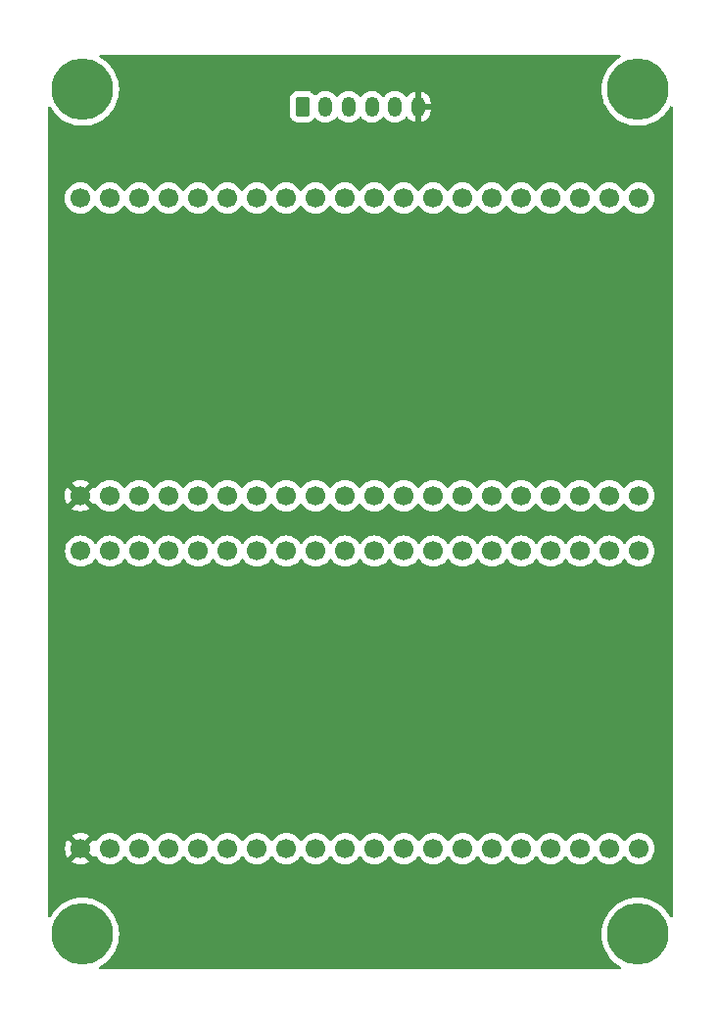
<source format=gbr>
%TF.GenerationSoftware,KiCad,Pcbnew,8.0.5*%
%TF.CreationDate,2025-04-28T01:26:05-04:00*%
%TF.ProjectId,CanSat_Camera_Board,43616e53-6174-45f4-9361-6d6572615f42,rev?*%
%TF.SameCoordinates,Original*%
%TF.FileFunction,Copper,L2,Bot*%
%TF.FilePolarity,Positive*%
%FSLAX46Y46*%
G04 Gerber Fmt 4.6, Leading zero omitted, Abs format (unit mm)*
G04 Created by KiCad (PCBNEW 8.0.5) date 2025-04-28 01:26:05*
%MOMM*%
%LPD*%
G01*
G04 APERTURE LIST*
G04 Aperture macros list*
%AMRoundRect*
0 Rectangle with rounded corners*
0 $1 Rounding radius*
0 $2 $3 $4 $5 $6 $7 $8 $9 X,Y pos of 4 corners*
0 Add a 4 corners polygon primitive as box body*
4,1,4,$2,$3,$4,$5,$6,$7,$8,$9,$2,$3,0*
0 Add four circle primitives for the rounded corners*
1,1,$1+$1,$2,$3*
1,1,$1+$1,$4,$5*
1,1,$1+$1,$6,$7*
1,1,$1+$1,$8,$9*
0 Add four rect primitives between the rounded corners*
20,1,$1+$1,$2,$3,$4,$5,0*
20,1,$1+$1,$4,$5,$6,$7,0*
20,1,$1+$1,$6,$7,$8,$9,0*
20,1,$1+$1,$8,$9,$2,$3,0*%
G04 Aperture macros list end*
%TA.AperFunction,ComponentPad*%
%ADD10C,1.700000*%
%TD*%
%TA.AperFunction,ComponentPad*%
%ADD11RoundRect,0.250000X-0.350000X-0.625000X0.350000X-0.625000X0.350000X0.625000X-0.350000X0.625000X0*%
%TD*%
%TA.AperFunction,ComponentPad*%
%ADD12O,1.200000X1.750000*%
%TD*%
%TA.AperFunction,SMDPad,CuDef*%
%ADD13C,5.300000*%
%TD*%
G04 APERTURE END LIST*
D10*
%TO.P,Freenove_ESP32-S3-WROOM_CAM_Board_U2,J2-1,3V3*%
%TO.N,unconnected-(Freenove_ESP32-S3-WROOM_CAM_Board_U2-3V3-PadJ2-1)*%
X174100000Y-103400000D03*
%TO.P,Freenove_ESP32-S3-WROOM_CAM_Board_U2,J2-2,RST/EN*%
%TO.N,unconnected-(Freenove_ESP32-S3-WROOM_CAM_Board_U2-RST{slash}EN-PadJ2-2)*%
X171560000Y-103400000D03*
%TO.P,Freenove_ESP32-S3-WROOM_CAM_Board_U2,J2-3,GPIO4*%
%TO.N,unconnected-(Freenove_ESP32-S3-WROOM_CAM_Board_U2-GPIO4-PadJ2-3)*%
X169020000Y-103400000D03*
%TO.P,Freenove_ESP32-S3-WROOM_CAM_Board_U2,J2-4,GPIO5*%
%TO.N,unconnected-(Freenove_ESP32-S3-WROOM_CAM_Board_U2-GPIO5-PadJ2-4)*%
X166480000Y-103400000D03*
%TO.P,Freenove_ESP32-S3-WROOM_CAM_Board_U2,J2-5,GPIO6*%
%TO.N,unconnected-(Freenove_ESP32-S3-WROOM_CAM_Board_U2-GPIO6-PadJ2-5)*%
X163940000Y-103400000D03*
%TO.P,Freenove_ESP32-S3-WROOM_CAM_Board_U2,J2-6,GPIO7*%
%TO.N,unconnected-(Freenove_ESP32-S3-WROOM_CAM_Board_U2-GPIO7-PadJ2-6)*%
X161400000Y-103400000D03*
%TO.P,Freenove_ESP32-S3-WROOM_CAM_Board_U2,J2-7,GPIO15*%
%TO.N,unconnected-(Freenove_ESP32-S3-WROOM_CAM_Board_U2-GPIO15-PadJ2-7)*%
X158860000Y-103400000D03*
%TO.P,Freenove_ESP32-S3-WROOM_CAM_Board_U2,J2-8,GPIO16*%
%TO.N,unconnected-(Freenove_ESP32-S3-WROOM_CAM_Board_U2-GPIO16-PadJ2-8)*%
X156320000Y-103400000D03*
%TO.P,Freenove_ESP32-S3-WROOM_CAM_Board_U2,J2-9,GPIO17/TXD1*%
%TO.N,unconnected-(Freenove_ESP32-S3-WROOM_CAM_Board_U2-GPIO17{slash}TXD1-PadJ2-9)*%
X153780000Y-103400000D03*
%TO.P,Freenove_ESP32-S3-WROOM_CAM_Board_U2,J2-10,GPIO18/RXD1*%
%TO.N,unconnected-(Freenove_ESP32-S3-WROOM_CAM_Board_U2-GPIO18{slash}RXD1-PadJ2-10)*%
X151240000Y-103400000D03*
%TO.P,Freenove_ESP32-S3-WROOM_CAM_Board_U2,J2-11,GPIO8*%
%TO.N,unconnected-(Freenove_ESP32-S3-WROOM_CAM_Board_U2-GPIO8-PadJ2-11)*%
X148700000Y-103400000D03*
%TO.P,Freenove_ESP32-S3-WROOM_CAM_Board_U2,J2-12,GPIO3*%
%TO.N,unconnected-(Freenove_ESP32-S3-WROOM_CAM_Board_U2-GPIO3-PadJ2-12)*%
X146160000Y-103400000D03*
%TO.P,Freenove_ESP32-S3-WROOM_CAM_Board_U2,J2-13,GPIO46*%
%TO.N,unconnected-(Freenove_ESP32-S3-WROOM_CAM_Board_U2-GPIO46-PadJ2-13)*%
X143620000Y-103400000D03*
%TO.P,Freenove_ESP32-S3-WROOM_CAM_Board_U2,J2-14,GPIO9*%
%TO.N,unconnected-(Freenove_ESP32-S3-WROOM_CAM_Board_U2-GPIO9-PadJ2-14)*%
X141080000Y-103400000D03*
%TO.P,Freenove_ESP32-S3-WROOM_CAM_Board_U2,J2-15,GPIO10*%
%TO.N,unconnected-(Freenove_ESP32-S3-WROOM_CAM_Board_U2-GPIO10-PadJ2-15)*%
X138540000Y-103400000D03*
%TO.P,Freenove_ESP32-S3-WROOM_CAM_Board_U2,J2-16,GPIO11*%
%TO.N,unconnected-(Freenove_ESP32-S3-WROOM_CAM_Board_U2-GPIO11-PadJ2-16)*%
X136000000Y-103400000D03*
%TO.P,Freenove_ESP32-S3-WROOM_CAM_Board_U2,J2-17,GPIO12*%
%TO.N,unconnected-(Freenove_ESP32-S3-WROOM_CAM_Board_U2-GPIO12-PadJ2-17)*%
X133460000Y-103400000D03*
%TO.P,Freenove_ESP32-S3-WROOM_CAM_Board_U2,J2-18,GPIO13*%
%TO.N,unconnected-(Freenove_ESP32-S3-WROOM_CAM_Board_U2-GPIO13-PadJ2-18)*%
X130920000Y-103400000D03*
%TO.P,Freenove_ESP32-S3-WROOM_CAM_Board_U2,J2-19,GPIO14*%
%TO.N,SIGNAL2*%
X128380000Y-103400000D03*
%TO.P,Freenove_ESP32-S3-WROOM_CAM_Board_U2,J2-20,5V*%
%TO.N,VCC*%
X125840000Y-103400000D03*
%TO.P,Freenove_ESP32-S3-WROOM_CAM_Board_U2,J3-1,GPIO43/TXD0*%
%TO.N,unconnected-(Freenove_ESP32-S3-WROOM_CAM_Board_U2-GPIO43{slash}TXD0-PadJ3-1)*%
X174100000Y-129100000D03*
%TO.P,Freenove_ESP32-S3-WROOM_CAM_Board_U2,J3-2,GPIO44/RXD0*%
%TO.N,unconnected-(Freenove_ESP32-S3-WROOM_CAM_Board_U2-GPIO44{slash}RXD0-PadJ3-2)*%
X171560000Y-129100000D03*
%TO.P,Freenove_ESP32-S3-WROOM_CAM_Board_U2,J3-3,GPIO1*%
%TO.N,unconnected-(Freenove_ESP32-S3-WROOM_CAM_Board_U2-GPIO1-PadJ3-3)*%
X169020000Y-129100000D03*
%TO.P,Freenove_ESP32-S3-WROOM_CAM_Board_U2,J3-4,GPIO2*%
%TO.N,unconnected-(Freenove_ESP32-S3-WROOM_CAM_Board_U2-GPIO2-PadJ3-4)*%
X166480000Y-129100000D03*
%TO.P,Freenove_ESP32-S3-WROOM_CAM_Board_U2,J3-5,GPIO42*%
%TO.N,unconnected-(Freenove_ESP32-S3-WROOM_CAM_Board_U2-GPIO42-PadJ3-5)*%
X163940000Y-129100000D03*
%TO.P,Freenove_ESP32-S3-WROOM_CAM_Board_U2,J3-6,GPIO41*%
%TO.N,unconnected-(Freenove_ESP32-S3-WROOM_CAM_Board_U2-GPIO41-PadJ3-6)*%
X161400000Y-129100000D03*
%TO.P,Freenove_ESP32-S3-WROOM_CAM_Board_U2,J3-7,GPIO40*%
%TO.N,unconnected-(Freenove_ESP32-S3-WROOM_CAM_Board_U2-GPIO40-PadJ3-7)*%
X158860000Y-129100000D03*
%TO.P,Freenove_ESP32-S3-WROOM_CAM_Board_U2,J3-8,GPIO39*%
%TO.N,unconnected-(Freenove_ESP32-S3-WROOM_CAM_Board_U2-GPIO39-PadJ3-8)*%
X156320000Y-129100000D03*
%TO.P,Freenove_ESP32-S3-WROOM_CAM_Board_U2,J3-9,GPIO38*%
%TO.N,unconnected-(Freenove_ESP32-S3-WROOM_CAM_Board_U2-GPIO38-PadJ3-9)*%
X153780000Y-129100000D03*
%TO.P,Freenove_ESP32-S3-WROOM_CAM_Board_U2,J3-10,GPIO37*%
%TO.N,unconnected-(Freenove_ESP32-S3-WROOM_CAM_Board_U2-GPIO37-PadJ3-10)*%
X151240000Y-129100000D03*
%TO.P,Freenove_ESP32-S3-WROOM_CAM_Board_U2,J3-11,GPIO36*%
%TO.N,unconnected-(Freenove_ESP32-S3-WROOM_CAM_Board_U2-GPIO36-PadJ3-11)*%
X148700000Y-129100000D03*
%TO.P,Freenove_ESP32-S3-WROOM_CAM_Board_U2,J3-12,GPIO35*%
%TO.N,unconnected-(Freenove_ESP32-S3-WROOM_CAM_Board_U2-GPIO35-PadJ3-12)*%
X146160000Y-129100000D03*
%TO.P,Freenove_ESP32-S3-WROOM_CAM_Board_U2,J3-13,GPIO0*%
%TO.N,unconnected-(Freenove_ESP32-S3-WROOM_CAM_Board_U2-GPIO0-PadJ3-13)*%
X143620000Y-129100000D03*
%TO.P,Freenove_ESP32-S3-WROOM_CAM_Board_U2,J3-14,GPIO45*%
%TO.N,unconnected-(Freenove_ESP32-S3-WROOM_CAM_Board_U2-GPIO45-PadJ3-14)*%
X141080000Y-129100000D03*
%TO.P,Freenove_ESP32-S3-WROOM_CAM_Board_U2,J3-15,GPIO48*%
%TO.N,unconnected-(Freenove_ESP32-S3-WROOM_CAM_Board_U2-GPIO48-PadJ3-15)*%
X138540000Y-129100000D03*
%TO.P,Freenove_ESP32-S3-WROOM_CAM_Board_U2,J3-16,GPIO47*%
%TO.N,unconnected-(Freenove_ESP32-S3-WROOM_CAM_Board_U2-GPIO47-PadJ3-16)*%
X136000000Y-129100000D03*
%TO.P,Freenove_ESP32-S3-WROOM_CAM_Board_U2,J3-17,GPIO21*%
%TO.N,DATA2*%
X133460000Y-129100000D03*
%TO.P,Freenove_ESP32-S3-WROOM_CAM_Board_U2,J3-18,GPIO20*%
%TO.N,unconnected-(Freenove_ESP32-S3-WROOM_CAM_Board_U2-GPIO20-PadJ3-18)*%
X130920000Y-129100000D03*
%TO.P,Freenove_ESP32-S3-WROOM_CAM_Board_U2,J3-19,GPIO19*%
%TO.N,unconnected-(Freenove_ESP32-S3-WROOM_CAM_Board_U2-GPIO19-PadJ3-19)*%
X128380000Y-129100000D03*
%TO.P,Freenove_ESP32-S3-WROOM_CAM_Board_U2,J3-20,GND*%
%TO.N,GND*%
X125840000Y-129100000D03*
%TD*%
%TO.P,Freenove_ESP32-S3-WROOM_CAM_Board_U1,J2-1,3V3*%
%TO.N,unconnected-(Freenove_ESP32-S3-WROOM_CAM_Board_U1-3V3-PadJ2-1)*%
X174080000Y-72900000D03*
%TO.P,Freenove_ESP32-S3-WROOM_CAM_Board_U1,J2-2,RST/EN*%
%TO.N,unconnected-(Freenove_ESP32-S3-WROOM_CAM_Board_U1-RST{slash}EN-PadJ2-2)*%
X171540000Y-72900000D03*
%TO.P,Freenove_ESP32-S3-WROOM_CAM_Board_U1,J2-3,GPIO4*%
%TO.N,unconnected-(Freenove_ESP32-S3-WROOM_CAM_Board_U1-GPIO4-PadJ2-3)*%
X169000000Y-72900000D03*
%TO.P,Freenove_ESP32-S3-WROOM_CAM_Board_U1,J2-4,GPIO5*%
%TO.N,unconnected-(Freenove_ESP32-S3-WROOM_CAM_Board_U1-GPIO5-PadJ2-4)*%
X166460000Y-72900000D03*
%TO.P,Freenove_ESP32-S3-WROOM_CAM_Board_U1,J2-5,GPIO6*%
%TO.N,unconnected-(Freenove_ESP32-S3-WROOM_CAM_Board_U1-GPIO6-PadJ2-5)*%
X163920000Y-72900000D03*
%TO.P,Freenove_ESP32-S3-WROOM_CAM_Board_U1,J2-6,GPIO7*%
%TO.N,unconnected-(Freenove_ESP32-S3-WROOM_CAM_Board_U1-GPIO7-PadJ2-6)*%
X161380000Y-72900000D03*
%TO.P,Freenove_ESP32-S3-WROOM_CAM_Board_U1,J2-7,GPIO15*%
%TO.N,unconnected-(Freenove_ESP32-S3-WROOM_CAM_Board_U1-GPIO15-PadJ2-7)*%
X158840000Y-72900000D03*
%TO.P,Freenove_ESP32-S3-WROOM_CAM_Board_U1,J2-8,GPIO16*%
%TO.N,unconnected-(Freenove_ESP32-S3-WROOM_CAM_Board_U1-GPIO16-PadJ2-8)*%
X156300000Y-72900000D03*
%TO.P,Freenove_ESP32-S3-WROOM_CAM_Board_U1,J2-9,GPIO17/TXD1*%
%TO.N,unconnected-(Freenove_ESP32-S3-WROOM_CAM_Board_U1-GPIO17{slash}TXD1-PadJ2-9)*%
X153760000Y-72900000D03*
%TO.P,Freenove_ESP32-S3-WROOM_CAM_Board_U1,J2-10,GPIO18/RXD1*%
%TO.N,unconnected-(Freenove_ESP32-S3-WROOM_CAM_Board_U1-GPIO18{slash}RXD1-PadJ2-10)*%
X151220000Y-72900000D03*
%TO.P,Freenove_ESP32-S3-WROOM_CAM_Board_U1,J2-11,GPIO8*%
%TO.N,unconnected-(Freenove_ESP32-S3-WROOM_CAM_Board_U1-GPIO8-PadJ2-11)*%
X148680000Y-72900000D03*
%TO.P,Freenove_ESP32-S3-WROOM_CAM_Board_U1,J2-12,GPIO3*%
%TO.N,unconnected-(Freenove_ESP32-S3-WROOM_CAM_Board_U1-GPIO3-PadJ2-12)*%
X146140000Y-72900000D03*
%TO.P,Freenove_ESP32-S3-WROOM_CAM_Board_U1,J2-13,GPIO46*%
%TO.N,unconnected-(Freenove_ESP32-S3-WROOM_CAM_Board_U1-GPIO46-PadJ2-13)*%
X143600000Y-72900000D03*
%TO.P,Freenove_ESP32-S3-WROOM_CAM_Board_U1,J2-14,GPIO9*%
%TO.N,unconnected-(Freenove_ESP32-S3-WROOM_CAM_Board_U1-GPIO9-PadJ2-14)*%
X141060000Y-72900000D03*
%TO.P,Freenove_ESP32-S3-WROOM_CAM_Board_U1,J2-15,GPIO10*%
%TO.N,unconnected-(Freenove_ESP32-S3-WROOM_CAM_Board_U1-GPIO10-PadJ2-15)*%
X138520000Y-72900000D03*
%TO.P,Freenove_ESP32-S3-WROOM_CAM_Board_U1,J2-16,GPIO11*%
%TO.N,unconnected-(Freenove_ESP32-S3-WROOM_CAM_Board_U1-GPIO11-PadJ2-16)*%
X135980000Y-72900000D03*
%TO.P,Freenove_ESP32-S3-WROOM_CAM_Board_U1,J2-17,GPIO12*%
%TO.N,unconnected-(Freenove_ESP32-S3-WROOM_CAM_Board_U1-GPIO12-PadJ2-17)*%
X133440000Y-72900000D03*
%TO.P,Freenove_ESP32-S3-WROOM_CAM_Board_U1,J2-18,GPIO13*%
%TO.N,unconnected-(Freenove_ESP32-S3-WROOM_CAM_Board_U1-GPIO13-PadJ2-18)*%
X130900000Y-72900000D03*
%TO.P,Freenove_ESP32-S3-WROOM_CAM_Board_U1,J2-19,GPIO14*%
%TO.N,SIGNAL1*%
X128360000Y-72900000D03*
%TO.P,Freenove_ESP32-S3-WROOM_CAM_Board_U1,J2-20,5V*%
%TO.N,VCC*%
X125820000Y-72900000D03*
%TO.P,Freenove_ESP32-S3-WROOM_CAM_Board_U1,J3-1,GPIO43/TXD0*%
%TO.N,unconnected-(Freenove_ESP32-S3-WROOM_CAM_Board_U1-GPIO43{slash}TXD0-PadJ3-1)*%
X174080000Y-98600000D03*
%TO.P,Freenove_ESP32-S3-WROOM_CAM_Board_U1,J3-2,GPIO44/RXD0*%
%TO.N,unconnected-(Freenove_ESP32-S3-WROOM_CAM_Board_U1-GPIO44{slash}RXD0-PadJ3-2)*%
X171540000Y-98600000D03*
%TO.P,Freenove_ESP32-S3-WROOM_CAM_Board_U1,J3-3,GPIO1*%
%TO.N,unconnected-(Freenove_ESP32-S3-WROOM_CAM_Board_U1-GPIO1-PadJ3-3)*%
X169000000Y-98600000D03*
%TO.P,Freenove_ESP32-S3-WROOM_CAM_Board_U1,J3-4,GPIO2*%
%TO.N,unconnected-(Freenove_ESP32-S3-WROOM_CAM_Board_U1-GPIO2-PadJ3-4)*%
X166460000Y-98600000D03*
%TO.P,Freenove_ESP32-S3-WROOM_CAM_Board_U1,J3-5,GPIO42*%
%TO.N,unconnected-(Freenove_ESP32-S3-WROOM_CAM_Board_U1-GPIO42-PadJ3-5)*%
X163920000Y-98600000D03*
%TO.P,Freenove_ESP32-S3-WROOM_CAM_Board_U1,J3-6,GPIO41*%
%TO.N,unconnected-(Freenove_ESP32-S3-WROOM_CAM_Board_U1-GPIO41-PadJ3-6)*%
X161380000Y-98600000D03*
%TO.P,Freenove_ESP32-S3-WROOM_CAM_Board_U1,J3-7,GPIO40*%
%TO.N,unconnected-(Freenove_ESP32-S3-WROOM_CAM_Board_U1-GPIO40-PadJ3-7)*%
X158840000Y-98600000D03*
%TO.P,Freenove_ESP32-S3-WROOM_CAM_Board_U1,J3-8,GPIO39*%
%TO.N,unconnected-(Freenove_ESP32-S3-WROOM_CAM_Board_U1-GPIO39-PadJ3-8)*%
X156300000Y-98600000D03*
%TO.P,Freenove_ESP32-S3-WROOM_CAM_Board_U1,J3-9,GPIO38*%
%TO.N,unconnected-(Freenove_ESP32-S3-WROOM_CAM_Board_U1-GPIO38-PadJ3-9)*%
X153760000Y-98600000D03*
%TO.P,Freenove_ESP32-S3-WROOM_CAM_Board_U1,J3-10,GPIO37*%
%TO.N,unconnected-(Freenove_ESP32-S3-WROOM_CAM_Board_U1-GPIO37-PadJ3-10)*%
X151220000Y-98600000D03*
%TO.P,Freenove_ESP32-S3-WROOM_CAM_Board_U1,J3-11,GPIO36*%
%TO.N,unconnected-(Freenove_ESP32-S3-WROOM_CAM_Board_U1-GPIO36-PadJ3-11)*%
X148680000Y-98600000D03*
%TO.P,Freenove_ESP32-S3-WROOM_CAM_Board_U1,J3-12,GPIO35*%
%TO.N,unconnected-(Freenove_ESP32-S3-WROOM_CAM_Board_U1-GPIO35-PadJ3-12)*%
X146140000Y-98600000D03*
%TO.P,Freenove_ESP32-S3-WROOM_CAM_Board_U1,J3-13,GPIO0*%
%TO.N,unconnected-(Freenove_ESP32-S3-WROOM_CAM_Board_U1-GPIO0-PadJ3-13)*%
X143600000Y-98600000D03*
%TO.P,Freenove_ESP32-S3-WROOM_CAM_Board_U1,J3-14,GPIO45*%
%TO.N,unconnected-(Freenove_ESP32-S3-WROOM_CAM_Board_U1-GPIO45-PadJ3-14)*%
X141060000Y-98600000D03*
%TO.P,Freenove_ESP32-S3-WROOM_CAM_Board_U1,J3-15,GPIO48*%
%TO.N,unconnected-(Freenove_ESP32-S3-WROOM_CAM_Board_U1-GPIO48-PadJ3-15)*%
X138520000Y-98600000D03*
%TO.P,Freenove_ESP32-S3-WROOM_CAM_Board_U1,J3-16,GPIO47*%
%TO.N,unconnected-(Freenove_ESP32-S3-WROOM_CAM_Board_U1-GPIO47-PadJ3-16)*%
X135980000Y-98600000D03*
%TO.P,Freenove_ESP32-S3-WROOM_CAM_Board_U1,J3-17,GPIO21*%
%TO.N,DATA1*%
X133440000Y-98600000D03*
%TO.P,Freenove_ESP32-S3-WROOM_CAM_Board_U1,J3-18,GPIO20*%
%TO.N,unconnected-(Freenove_ESP32-S3-WROOM_CAM_Board_U1-GPIO20-PadJ3-18)*%
X130900000Y-98600000D03*
%TO.P,Freenove_ESP32-S3-WROOM_CAM_Board_U1,J3-19,GPIO19*%
%TO.N,unconnected-(Freenove_ESP32-S3-WROOM_CAM_Board_U1-GPIO19-PadJ3-19)*%
X128360000Y-98600000D03*
%TO.P,Freenove_ESP32-S3-WROOM_CAM_Board_U1,J3-20,GND*%
%TO.N,GND*%
X125820000Y-98600000D03*
%TD*%
D11*
%TO.P,J1,1,Pin_1*%
%TO.N,VCC*%
X145000000Y-65000000D03*
D12*
%TO.P,J1,2,Pin_2*%
%TO.N,SIGNAL1*%
X147000000Y-65000000D03*
%TO.P,J1,3,Pin_3*%
%TO.N,SIGNAL2*%
X149000000Y-65000000D03*
%TO.P,J1,4,Pin_4*%
%TO.N,DATA1*%
X151000000Y-65000000D03*
%TO.P,J1,5,Pin_5*%
%TO.N,DATA2*%
X153000000Y-65000000D03*
%TO.P,J1,6,Pin_6*%
%TO.N,GND*%
X155000000Y-65000000D03*
%TD*%
D13*
%TO.P,REF\u002A\u002A,1*%
%TO.N,N/C*%
X126000000Y-63500000D03*
%TD*%
%TO.P,REF\u002A\u002A,1*%
%TO.N,N/C*%
X126000000Y-136500000D03*
%TD*%
%TO.P,REF\u002A\u002A,1*%
%TO.N,N/C*%
X174000000Y-63500000D03*
%TD*%
%TO.P,REF\u002A\u002A,1*%
%TO.N,N/C*%
X174000000Y-136500000D03*
%TD*%
%TA.AperFunction,Conductor*%
%TO.N,GND*%
G36*
X172500436Y-60520185D02*
G01*
X172546191Y-60572989D01*
X172556135Y-60642147D01*
X172527110Y-60705703D01*
X172493378Y-60733028D01*
X172321187Y-60828194D01*
X172321182Y-60828197D01*
X172032603Y-61032956D01*
X172032595Y-61032962D01*
X171768751Y-61268748D01*
X171768748Y-61268751D01*
X171532962Y-61532595D01*
X171532956Y-61532603D01*
X171328197Y-61821182D01*
X171328194Y-61821187D01*
X171157023Y-62130897D01*
X171157021Y-62130901D01*
X171021608Y-62457821D01*
X170923651Y-62797837D01*
X170923649Y-62797846D01*
X170864378Y-63146692D01*
X170864376Y-63146704D01*
X170844536Y-63500000D01*
X170864376Y-63853295D01*
X170864378Y-63853307D01*
X170923649Y-64202153D01*
X170923651Y-64202162D01*
X171000036Y-64467299D01*
X171021610Y-64542184D01*
X171061459Y-64638389D01*
X171157021Y-64869098D01*
X171157023Y-64869102D01*
X171328194Y-65178812D01*
X171328197Y-65178817D01*
X171532956Y-65467396D01*
X171532962Y-65467404D01*
X171768748Y-65731248D01*
X171768751Y-65731251D01*
X172032595Y-65967037D01*
X172032603Y-65967043D01*
X172321182Y-66171802D01*
X172321187Y-66171805D01*
X172321190Y-66171806D01*
X172321192Y-66171808D01*
X172543861Y-66294873D01*
X172630897Y-66342976D01*
X172630901Y-66342978D01*
X172709415Y-66375499D01*
X172957816Y-66478390D01*
X173297843Y-66576350D01*
X173646700Y-66635623D01*
X174000000Y-66655464D01*
X174353300Y-66635623D01*
X174702157Y-66576350D01*
X175042184Y-66478390D01*
X175369105Y-66342975D01*
X175678808Y-66171808D01*
X175678813Y-66171804D01*
X175678817Y-66171802D01*
X175788954Y-66093655D01*
X175967400Y-65967041D01*
X176231250Y-65731250D01*
X176467041Y-65467400D01*
X176621295Y-65250000D01*
X176671802Y-65178817D01*
X176671805Y-65178812D01*
X176671808Y-65178808D01*
X176766973Y-65006619D01*
X176816629Y-64957468D01*
X176884977Y-64942965D01*
X176950316Y-64967715D01*
X176991901Y-65023861D01*
X176999500Y-65066602D01*
X176999500Y-134933397D01*
X176979815Y-135000436D01*
X176927011Y-135046191D01*
X176857853Y-135056135D01*
X176794297Y-135027110D01*
X176766972Y-134993378D01*
X176671805Y-134821187D01*
X176671802Y-134821182D01*
X176467043Y-134532603D01*
X176467037Y-134532595D01*
X176231251Y-134268751D01*
X176231248Y-134268748D01*
X175967404Y-134032962D01*
X175967396Y-134032956D01*
X175678817Y-133828197D01*
X175678812Y-133828194D01*
X175369102Y-133657023D01*
X175369098Y-133657021D01*
X175142221Y-133563046D01*
X175042184Y-133521610D01*
X175042180Y-133521608D01*
X175042178Y-133521608D01*
X174702162Y-133423651D01*
X174702153Y-133423649D01*
X174353307Y-133364378D01*
X174353295Y-133364376D01*
X174000000Y-133344536D01*
X173646704Y-133364376D01*
X173646692Y-133364378D01*
X173297846Y-133423649D01*
X173297837Y-133423651D01*
X172957821Y-133521608D01*
X172630901Y-133657021D01*
X172630897Y-133657023D01*
X172321187Y-133828194D01*
X172321182Y-133828197D01*
X172032603Y-134032956D01*
X172032595Y-134032962D01*
X171768751Y-134268748D01*
X171768748Y-134268751D01*
X171532962Y-134532595D01*
X171532956Y-134532603D01*
X171328197Y-134821182D01*
X171328194Y-134821187D01*
X171157023Y-135130897D01*
X171157021Y-135130901D01*
X171021608Y-135457821D01*
X170923651Y-135797837D01*
X170923649Y-135797846D01*
X170864378Y-136146692D01*
X170864376Y-136146704D01*
X170844536Y-136500000D01*
X170864376Y-136853295D01*
X170864378Y-136853307D01*
X170923649Y-137202153D01*
X170923651Y-137202162D01*
X171021608Y-137542178D01*
X171157021Y-137869098D01*
X171157023Y-137869102D01*
X171328194Y-138178812D01*
X171328197Y-138178817D01*
X171532956Y-138467396D01*
X171532962Y-138467404D01*
X171768748Y-138731248D01*
X171768751Y-138731251D01*
X172032595Y-138967037D01*
X172032603Y-138967043D01*
X172321182Y-139171802D01*
X172321187Y-139171805D01*
X172493378Y-139266972D01*
X172542531Y-139316629D01*
X172557034Y-139384977D01*
X172532284Y-139450316D01*
X172476137Y-139491901D01*
X172433397Y-139499500D01*
X127566603Y-139499500D01*
X127499564Y-139479815D01*
X127453809Y-139427011D01*
X127443865Y-139357853D01*
X127472890Y-139294297D01*
X127506622Y-139266972D01*
X127516721Y-139261390D01*
X127678808Y-139171808D01*
X127678813Y-139171804D01*
X127678817Y-139171802D01*
X127769786Y-139107255D01*
X127967400Y-138967041D01*
X128231250Y-138731250D01*
X128467041Y-138467400D01*
X128671808Y-138178808D01*
X128842975Y-137869105D01*
X128978390Y-137542184D01*
X129076350Y-137202157D01*
X129135623Y-136853300D01*
X129155464Y-136500000D01*
X129135623Y-136146700D01*
X129076350Y-135797843D01*
X128978390Y-135457816D01*
X128886930Y-135237013D01*
X128842978Y-135130901D01*
X128842976Y-135130897D01*
X128802153Y-135057034D01*
X128671808Y-134821192D01*
X128671806Y-134821190D01*
X128671805Y-134821187D01*
X128671802Y-134821182D01*
X128467043Y-134532603D01*
X128467037Y-134532595D01*
X128231251Y-134268751D01*
X128231248Y-134268748D01*
X127967404Y-134032962D01*
X127967396Y-134032956D01*
X127678817Y-133828197D01*
X127678812Y-133828194D01*
X127369102Y-133657023D01*
X127369098Y-133657021D01*
X127142221Y-133563046D01*
X127042184Y-133521610D01*
X127042180Y-133521608D01*
X127042178Y-133521608D01*
X126702162Y-133423651D01*
X126702153Y-133423649D01*
X126353307Y-133364378D01*
X126353295Y-133364376D01*
X126000000Y-133344536D01*
X125646704Y-133364376D01*
X125646692Y-133364378D01*
X125297846Y-133423649D01*
X125297837Y-133423651D01*
X124957821Y-133521608D01*
X124630901Y-133657021D01*
X124630897Y-133657023D01*
X124321187Y-133828194D01*
X124321182Y-133828197D01*
X124032603Y-134032956D01*
X124032595Y-134032962D01*
X123768751Y-134268748D01*
X123768748Y-134268751D01*
X123532962Y-134532595D01*
X123532956Y-134532603D01*
X123328197Y-134821182D01*
X123328194Y-134821187D01*
X123233028Y-134993378D01*
X123183371Y-135042531D01*
X123115023Y-135057034D01*
X123049684Y-135032284D01*
X123008099Y-134976137D01*
X123000500Y-134933397D01*
X123000500Y-129099998D01*
X124484843Y-129099998D01*
X124484843Y-129100001D01*
X124505430Y-129335315D01*
X124505432Y-129335326D01*
X124566566Y-129563483D01*
X124566570Y-129563492D01*
X124666400Y-129777579D01*
X124666402Y-129777583D01*
X124725072Y-129861373D01*
X124725073Y-129861373D01*
X125357037Y-129229409D01*
X125374075Y-129292993D01*
X125439901Y-129407007D01*
X125532993Y-129500099D01*
X125647007Y-129565925D01*
X125710590Y-129582962D01*
X125078625Y-130214925D01*
X125162421Y-130273599D01*
X125376507Y-130373429D01*
X125376516Y-130373433D01*
X125604673Y-130434567D01*
X125604684Y-130434569D01*
X125839998Y-130455157D01*
X125840002Y-130455157D01*
X126075315Y-130434569D01*
X126075326Y-130434567D01*
X126303483Y-130373433D01*
X126303492Y-130373429D01*
X126517578Y-130273600D01*
X126517582Y-130273598D01*
X126601373Y-130214926D01*
X126601373Y-130214925D01*
X125969409Y-129582962D01*
X126032993Y-129565925D01*
X126147007Y-129500099D01*
X126240099Y-129407007D01*
X126305925Y-129292993D01*
X126322962Y-129229410D01*
X126954925Y-129861373D01*
X127008119Y-129785405D01*
X127062696Y-129741781D01*
X127132195Y-129734588D01*
X127194549Y-129766110D01*
X127211269Y-129785405D01*
X127341505Y-129971401D01*
X127508599Y-130138495D01*
X127605384Y-130206265D01*
X127702165Y-130274032D01*
X127702167Y-130274033D01*
X127702170Y-130274035D01*
X127916337Y-130373903D01*
X128144592Y-130435063D01*
X128332918Y-130451539D01*
X128379999Y-130455659D01*
X128380000Y-130455659D01*
X128380001Y-130455659D01*
X128419234Y-130452226D01*
X128615408Y-130435063D01*
X128843663Y-130373903D01*
X129057830Y-130274035D01*
X129251401Y-130138495D01*
X129418495Y-129971401D01*
X129548425Y-129785842D01*
X129603002Y-129742217D01*
X129672500Y-129735023D01*
X129734855Y-129766546D01*
X129751575Y-129785842D01*
X129881500Y-129971395D01*
X129881505Y-129971401D01*
X130048599Y-130138495D01*
X130145384Y-130206265D01*
X130242165Y-130274032D01*
X130242167Y-130274033D01*
X130242170Y-130274035D01*
X130456337Y-130373903D01*
X130684592Y-130435063D01*
X130872918Y-130451539D01*
X130919999Y-130455659D01*
X130920000Y-130455659D01*
X130920001Y-130455659D01*
X130959234Y-130452226D01*
X131155408Y-130435063D01*
X131383663Y-130373903D01*
X131597830Y-130274035D01*
X131791401Y-130138495D01*
X131958495Y-129971401D01*
X132088425Y-129785842D01*
X132143002Y-129742217D01*
X132212500Y-129735023D01*
X132274855Y-129766546D01*
X132291575Y-129785842D01*
X132421500Y-129971395D01*
X132421505Y-129971401D01*
X132588599Y-130138495D01*
X132685384Y-130206265D01*
X132782165Y-130274032D01*
X132782167Y-130274033D01*
X132782170Y-130274035D01*
X132996337Y-130373903D01*
X133224592Y-130435063D01*
X133412918Y-130451539D01*
X133459999Y-130455659D01*
X133460000Y-130455659D01*
X133460001Y-130455659D01*
X133499234Y-130452226D01*
X133695408Y-130435063D01*
X133923663Y-130373903D01*
X134137830Y-130274035D01*
X134331401Y-130138495D01*
X134498495Y-129971401D01*
X134628425Y-129785842D01*
X134683002Y-129742217D01*
X134752500Y-129735023D01*
X134814855Y-129766546D01*
X134831575Y-129785842D01*
X134961500Y-129971395D01*
X134961505Y-129971401D01*
X135128599Y-130138495D01*
X135225384Y-130206265D01*
X135322165Y-130274032D01*
X135322167Y-130274033D01*
X135322170Y-130274035D01*
X135536337Y-130373903D01*
X135764592Y-130435063D01*
X135952918Y-130451539D01*
X135999999Y-130455659D01*
X136000000Y-130455659D01*
X136000001Y-130455659D01*
X136039234Y-130452226D01*
X136235408Y-130435063D01*
X136463663Y-130373903D01*
X136677830Y-130274035D01*
X136871401Y-130138495D01*
X137038495Y-129971401D01*
X137168425Y-129785842D01*
X137223002Y-129742217D01*
X137292500Y-129735023D01*
X137354855Y-129766546D01*
X137371575Y-129785842D01*
X137501500Y-129971395D01*
X137501505Y-129971401D01*
X137668599Y-130138495D01*
X137765384Y-130206265D01*
X137862165Y-130274032D01*
X137862167Y-130274033D01*
X137862170Y-130274035D01*
X138076337Y-130373903D01*
X138304592Y-130435063D01*
X138492918Y-130451539D01*
X138539999Y-130455659D01*
X138540000Y-130455659D01*
X138540001Y-130455659D01*
X138579234Y-130452226D01*
X138775408Y-130435063D01*
X139003663Y-130373903D01*
X139217830Y-130274035D01*
X139411401Y-130138495D01*
X139578495Y-129971401D01*
X139708425Y-129785842D01*
X139763002Y-129742217D01*
X139832500Y-129735023D01*
X139894855Y-129766546D01*
X139911575Y-129785842D01*
X140041500Y-129971395D01*
X140041505Y-129971401D01*
X140208599Y-130138495D01*
X140305384Y-130206265D01*
X140402165Y-130274032D01*
X140402167Y-130274033D01*
X140402170Y-130274035D01*
X140616337Y-130373903D01*
X140844592Y-130435063D01*
X141032918Y-130451539D01*
X141079999Y-130455659D01*
X141080000Y-130455659D01*
X141080001Y-130455659D01*
X141119234Y-130452226D01*
X141315408Y-130435063D01*
X141543663Y-130373903D01*
X141757830Y-130274035D01*
X141951401Y-130138495D01*
X142118495Y-129971401D01*
X142248425Y-129785842D01*
X142303002Y-129742217D01*
X142372500Y-129735023D01*
X142434855Y-129766546D01*
X142451575Y-129785842D01*
X142581500Y-129971395D01*
X142581505Y-129971401D01*
X142748599Y-130138495D01*
X142845384Y-130206265D01*
X142942165Y-130274032D01*
X142942167Y-130274033D01*
X142942170Y-130274035D01*
X143156337Y-130373903D01*
X143384592Y-130435063D01*
X143572918Y-130451539D01*
X143619999Y-130455659D01*
X143620000Y-130455659D01*
X143620001Y-130455659D01*
X143659234Y-130452226D01*
X143855408Y-130435063D01*
X144083663Y-130373903D01*
X144297830Y-130274035D01*
X144491401Y-130138495D01*
X144658495Y-129971401D01*
X144788425Y-129785842D01*
X144843002Y-129742217D01*
X144912500Y-129735023D01*
X144974855Y-129766546D01*
X144991575Y-129785842D01*
X145121500Y-129971395D01*
X145121505Y-129971401D01*
X145288599Y-130138495D01*
X145385384Y-130206265D01*
X145482165Y-130274032D01*
X145482167Y-130274033D01*
X145482170Y-130274035D01*
X145696337Y-130373903D01*
X145924592Y-130435063D01*
X146112918Y-130451539D01*
X146159999Y-130455659D01*
X146160000Y-130455659D01*
X146160001Y-130455659D01*
X146199234Y-130452226D01*
X146395408Y-130435063D01*
X146623663Y-130373903D01*
X146837830Y-130274035D01*
X147031401Y-130138495D01*
X147198495Y-129971401D01*
X147328425Y-129785842D01*
X147383002Y-129742217D01*
X147452500Y-129735023D01*
X147514855Y-129766546D01*
X147531575Y-129785842D01*
X147661500Y-129971395D01*
X147661505Y-129971401D01*
X147828599Y-130138495D01*
X147925384Y-130206265D01*
X148022165Y-130274032D01*
X148022167Y-130274033D01*
X148022170Y-130274035D01*
X148236337Y-130373903D01*
X148464592Y-130435063D01*
X148652918Y-130451539D01*
X148699999Y-130455659D01*
X148700000Y-130455659D01*
X148700001Y-130455659D01*
X148739234Y-130452226D01*
X148935408Y-130435063D01*
X149163663Y-130373903D01*
X149377830Y-130274035D01*
X149571401Y-130138495D01*
X149738495Y-129971401D01*
X149868425Y-129785842D01*
X149923002Y-129742217D01*
X149992500Y-129735023D01*
X150054855Y-129766546D01*
X150071575Y-129785842D01*
X150201500Y-129971395D01*
X150201505Y-129971401D01*
X150368599Y-130138495D01*
X150465384Y-130206265D01*
X150562165Y-130274032D01*
X150562167Y-130274033D01*
X150562170Y-130274035D01*
X150776337Y-130373903D01*
X151004592Y-130435063D01*
X151192918Y-130451539D01*
X151239999Y-130455659D01*
X151240000Y-130455659D01*
X151240001Y-130455659D01*
X151279234Y-130452226D01*
X151475408Y-130435063D01*
X151703663Y-130373903D01*
X151917830Y-130274035D01*
X152111401Y-130138495D01*
X152278495Y-129971401D01*
X152408425Y-129785842D01*
X152463002Y-129742217D01*
X152532500Y-129735023D01*
X152594855Y-129766546D01*
X152611575Y-129785842D01*
X152741500Y-129971395D01*
X152741505Y-129971401D01*
X152908599Y-130138495D01*
X153005384Y-130206265D01*
X153102165Y-130274032D01*
X153102167Y-130274033D01*
X153102170Y-130274035D01*
X153316337Y-130373903D01*
X153544592Y-130435063D01*
X153732918Y-130451539D01*
X153779999Y-130455659D01*
X153780000Y-130455659D01*
X153780001Y-130455659D01*
X153819234Y-130452226D01*
X154015408Y-130435063D01*
X154243663Y-130373903D01*
X154457830Y-130274035D01*
X154651401Y-130138495D01*
X154818495Y-129971401D01*
X154948425Y-129785842D01*
X155003002Y-129742217D01*
X155072500Y-129735023D01*
X155134855Y-129766546D01*
X155151575Y-129785842D01*
X155281500Y-129971395D01*
X155281505Y-129971401D01*
X155448599Y-130138495D01*
X155545384Y-130206265D01*
X155642165Y-130274032D01*
X155642167Y-130274033D01*
X155642170Y-130274035D01*
X155856337Y-130373903D01*
X156084592Y-130435063D01*
X156272918Y-130451539D01*
X156319999Y-130455659D01*
X156320000Y-130455659D01*
X156320001Y-130455659D01*
X156359234Y-130452226D01*
X156555408Y-130435063D01*
X156783663Y-130373903D01*
X156997830Y-130274035D01*
X157191401Y-130138495D01*
X157358495Y-129971401D01*
X157488425Y-129785842D01*
X157543002Y-129742217D01*
X157612500Y-129735023D01*
X157674855Y-129766546D01*
X157691575Y-129785842D01*
X157821500Y-129971395D01*
X157821505Y-129971401D01*
X157988599Y-130138495D01*
X158085384Y-130206265D01*
X158182165Y-130274032D01*
X158182167Y-130274033D01*
X158182170Y-130274035D01*
X158396337Y-130373903D01*
X158624592Y-130435063D01*
X158812918Y-130451539D01*
X158859999Y-130455659D01*
X158860000Y-130455659D01*
X158860001Y-130455659D01*
X158899234Y-130452226D01*
X159095408Y-130435063D01*
X159323663Y-130373903D01*
X159537830Y-130274035D01*
X159731401Y-130138495D01*
X159898495Y-129971401D01*
X160028425Y-129785842D01*
X160083002Y-129742217D01*
X160152500Y-129735023D01*
X160214855Y-129766546D01*
X160231575Y-129785842D01*
X160361500Y-129971395D01*
X160361505Y-129971401D01*
X160528599Y-130138495D01*
X160625384Y-130206265D01*
X160722165Y-130274032D01*
X160722167Y-130274033D01*
X160722170Y-130274035D01*
X160936337Y-130373903D01*
X161164592Y-130435063D01*
X161352918Y-130451539D01*
X161399999Y-130455659D01*
X161400000Y-130455659D01*
X161400001Y-130455659D01*
X161439234Y-130452226D01*
X161635408Y-130435063D01*
X161863663Y-130373903D01*
X162077830Y-130274035D01*
X162271401Y-130138495D01*
X162438495Y-129971401D01*
X162568425Y-129785842D01*
X162623002Y-129742217D01*
X162692500Y-129735023D01*
X162754855Y-129766546D01*
X162771575Y-129785842D01*
X162901500Y-129971395D01*
X162901505Y-129971401D01*
X163068599Y-130138495D01*
X163165384Y-130206265D01*
X163262165Y-130274032D01*
X163262167Y-130274033D01*
X163262170Y-130274035D01*
X163476337Y-130373903D01*
X163704592Y-130435063D01*
X163892918Y-130451539D01*
X163939999Y-130455659D01*
X163940000Y-130455659D01*
X163940001Y-130455659D01*
X163979234Y-130452226D01*
X164175408Y-130435063D01*
X164403663Y-130373903D01*
X164617830Y-130274035D01*
X164811401Y-130138495D01*
X164978495Y-129971401D01*
X165108425Y-129785842D01*
X165163002Y-129742217D01*
X165232500Y-129735023D01*
X165294855Y-129766546D01*
X165311575Y-129785842D01*
X165441500Y-129971395D01*
X165441505Y-129971401D01*
X165608599Y-130138495D01*
X165705384Y-130206265D01*
X165802165Y-130274032D01*
X165802167Y-130274033D01*
X165802170Y-130274035D01*
X166016337Y-130373903D01*
X166244592Y-130435063D01*
X166432918Y-130451539D01*
X166479999Y-130455659D01*
X166480000Y-130455659D01*
X166480001Y-130455659D01*
X166519234Y-130452226D01*
X166715408Y-130435063D01*
X166943663Y-130373903D01*
X167157830Y-130274035D01*
X167351401Y-130138495D01*
X167518495Y-129971401D01*
X167648425Y-129785842D01*
X167703002Y-129742217D01*
X167772500Y-129735023D01*
X167834855Y-129766546D01*
X167851575Y-129785842D01*
X167981500Y-129971395D01*
X167981505Y-129971401D01*
X168148599Y-130138495D01*
X168245384Y-130206265D01*
X168342165Y-130274032D01*
X168342167Y-130274033D01*
X168342170Y-130274035D01*
X168556337Y-130373903D01*
X168784592Y-130435063D01*
X168972918Y-130451539D01*
X169019999Y-130455659D01*
X169020000Y-130455659D01*
X169020001Y-130455659D01*
X169059234Y-130452226D01*
X169255408Y-130435063D01*
X169483663Y-130373903D01*
X169697830Y-130274035D01*
X169891401Y-130138495D01*
X170058495Y-129971401D01*
X170188425Y-129785842D01*
X170243002Y-129742217D01*
X170312500Y-129735023D01*
X170374855Y-129766546D01*
X170391575Y-129785842D01*
X170521500Y-129971395D01*
X170521505Y-129971401D01*
X170688599Y-130138495D01*
X170785384Y-130206265D01*
X170882165Y-130274032D01*
X170882167Y-130274033D01*
X170882170Y-130274035D01*
X171096337Y-130373903D01*
X171324592Y-130435063D01*
X171512918Y-130451539D01*
X171559999Y-130455659D01*
X171560000Y-130455659D01*
X171560001Y-130455659D01*
X171599234Y-130452226D01*
X171795408Y-130435063D01*
X172023663Y-130373903D01*
X172237830Y-130274035D01*
X172431401Y-130138495D01*
X172598495Y-129971401D01*
X172728425Y-129785842D01*
X172783002Y-129742217D01*
X172852500Y-129735023D01*
X172914855Y-129766546D01*
X172931575Y-129785842D01*
X173061500Y-129971395D01*
X173061505Y-129971401D01*
X173228599Y-130138495D01*
X173325384Y-130206265D01*
X173422165Y-130274032D01*
X173422167Y-130274033D01*
X173422170Y-130274035D01*
X173636337Y-130373903D01*
X173864592Y-130435063D01*
X174052918Y-130451539D01*
X174099999Y-130455659D01*
X174100000Y-130455659D01*
X174100001Y-130455659D01*
X174139234Y-130452226D01*
X174335408Y-130435063D01*
X174563663Y-130373903D01*
X174777830Y-130274035D01*
X174971401Y-130138495D01*
X175138495Y-129971401D01*
X175274035Y-129777830D01*
X175373903Y-129563663D01*
X175435063Y-129335408D01*
X175455659Y-129100000D01*
X175435063Y-128864592D01*
X175373903Y-128636337D01*
X175274035Y-128422171D01*
X175268731Y-128414595D01*
X175138494Y-128228597D01*
X174971402Y-128061506D01*
X174971395Y-128061501D01*
X174777834Y-127925967D01*
X174777830Y-127925965D01*
X174777828Y-127925964D01*
X174563663Y-127826097D01*
X174563659Y-127826096D01*
X174563655Y-127826094D01*
X174335413Y-127764938D01*
X174335403Y-127764936D01*
X174100001Y-127744341D01*
X174099999Y-127744341D01*
X173864596Y-127764936D01*
X173864586Y-127764938D01*
X173636344Y-127826094D01*
X173636335Y-127826098D01*
X173422171Y-127925964D01*
X173422169Y-127925965D01*
X173228597Y-128061505D01*
X173061505Y-128228597D01*
X172931575Y-128414158D01*
X172876998Y-128457783D01*
X172807500Y-128464977D01*
X172745145Y-128433454D01*
X172728425Y-128414158D01*
X172598494Y-128228597D01*
X172431402Y-128061506D01*
X172431395Y-128061501D01*
X172237834Y-127925967D01*
X172237830Y-127925965D01*
X172237828Y-127925964D01*
X172023663Y-127826097D01*
X172023659Y-127826096D01*
X172023655Y-127826094D01*
X171795413Y-127764938D01*
X171795403Y-127764936D01*
X171560001Y-127744341D01*
X171559999Y-127744341D01*
X171324596Y-127764936D01*
X171324586Y-127764938D01*
X171096344Y-127826094D01*
X171096335Y-127826098D01*
X170882171Y-127925964D01*
X170882169Y-127925965D01*
X170688597Y-128061505D01*
X170521505Y-128228597D01*
X170391575Y-128414158D01*
X170336998Y-128457783D01*
X170267500Y-128464977D01*
X170205145Y-128433454D01*
X170188425Y-128414158D01*
X170058494Y-128228597D01*
X169891402Y-128061506D01*
X169891395Y-128061501D01*
X169697834Y-127925967D01*
X169697830Y-127925965D01*
X169697828Y-127925964D01*
X169483663Y-127826097D01*
X169483659Y-127826096D01*
X169483655Y-127826094D01*
X169255413Y-127764938D01*
X169255403Y-127764936D01*
X169020001Y-127744341D01*
X169019999Y-127744341D01*
X168784596Y-127764936D01*
X168784586Y-127764938D01*
X168556344Y-127826094D01*
X168556335Y-127826098D01*
X168342171Y-127925964D01*
X168342169Y-127925965D01*
X168148597Y-128061505D01*
X167981505Y-128228597D01*
X167851575Y-128414158D01*
X167796998Y-128457783D01*
X167727500Y-128464977D01*
X167665145Y-128433454D01*
X167648425Y-128414158D01*
X167518494Y-128228597D01*
X167351402Y-128061506D01*
X167351395Y-128061501D01*
X167157834Y-127925967D01*
X167157830Y-127925965D01*
X167157828Y-127925964D01*
X166943663Y-127826097D01*
X166943659Y-127826096D01*
X166943655Y-127826094D01*
X166715413Y-127764938D01*
X166715403Y-127764936D01*
X166480001Y-127744341D01*
X166479999Y-127744341D01*
X166244596Y-127764936D01*
X166244586Y-127764938D01*
X166016344Y-127826094D01*
X166016335Y-127826098D01*
X165802171Y-127925964D01*
X165802169Y-127925965D01*
X165608597Y-128061505D01*
X165441505Y-128228597D01*
X165311575Y-128414158D01*
X165256998Y-128457783D01*
X165187500Y-128464977D01*
X165125145Y-128433454D01*
X165108425Y-128414158D01*
X164978494Y-128228597D01*
X164811402Y-128061506D01*
X164811395Y-128061501D01*
X164617834Y-127925967D01*
X164617830Y-127925965D01*
X164617828Y-127925964D01*
X164403663Y-127826097D01*
X164403659Y-127826096D01*
X164403655Y-127826094D01*
X164175413Y-127764938D01*
X164175403Y-127764936D01*
X163940001Y-127744341D01*
X163939999Y-127744341D01*
X163704596Y-127764936D01*
X163704586Y-127764938D01*
X163476344Y-127826094D01*
X163476335Y-127826098D01*
X163262171Y-127925964D01*
X163262169Y-127925965D01*
X163068597Y-128061505D01*
X162901505Y-128228597D01*
X162771575Y-128414158D01*
X162716998Y-128457783D01*
X162647500Y-128464977D01*
X162585145Y-128433454D01*
X162568425Y-128414158D01*
X162438494Y-128228597D01*
X162271402Y-128061506D01*
X162271395Y-128061501D01*
X162077834Y-127925967D01*
X162077830Y-127925965D01*
X162077828Y-127925964D01*
X161863663Y-127826097D01*
X161863659Y-127826096D01*
X161863655Y-127826094D01*
X161635413Y-127764938D01*
X161635403Y-127764936D01*
X161400001Y-127744341D01*
X161399999Y-127744341D01*
X161164596Y-127764936D01*
X161164586Y-127764938D01*
X160936344Y-127826094D01*
X160936335Y-127826098D01*
X160722171Y-127925964D01*
X160722169Y-127925965D01*
X160528597Y-128061505D01*
X160361505Y-128228597D01*
X160231575Y-128414158D01*
X160176998Y-128457783D01*
X160107500Y-128464977D01*
X160045145Y-128433454D01*
X160028425Y-128414158D01*
X159898494Y-128228597D01*
X159731402Y-128061506D01*
X159731395Y-128061501D01*
X159537834Y-127925967D01*
X159537830Y-127925965D01*
X159537828Y-127925964D01*
X159323663Y-127826097D01*
X159323659Y-127826096D01*
X159323655Y-127826094D01*
X159095413Y-127764938D01*
X159095403Y-127764936D01*
X158860001Y-127744341D01*
X158859999Y-127744341D01*
X158624596Y-127764936D01*
X158624586Y-127764938D01*
X158396344Y-127826094D01*
X158396335Y-127826098D01*
X158182171Y-127925964D01*
X158182169Y-127925965D01*
X157988597Y-128061505D01*
X157821505Y-128228597D01*
X157691575Y-128414158D01*
X157636998Y-128457783D01*
X157567500Y-128464977D01*
X157505145Y-128433454D01*
X157488425Y-128414158D01*
X157358494Y-128228597D01*
X157191402Y-128061506D01*
X157191395Y-128061501D01*
X156997834Y-127925967D01*
X156997830Y-127925965D01*
X156997828Y-127925964D01*
X156783663Y-127826097D01*
X156783659Y-127826096D01*
X156783655Y-127826094D01*
X156555413Y-127764938D01*
X156555403Y-127764936D01*
X156320001Y-127744341D01*
X156319999Y-127744341D01*
X156084596Y-127764936D01*
X156084586Y-127764938D01*
X155856344Y-127826094D01*
X155856335Y-127826098D01*
X155642171Y-127925964D01*
X155642169Y-127925965D01*
X155448597Y-128061505D01*
X155281505Y-128228597D01*
X155151575Y-128414158D01*
X155096998Y-128457783D01*
X155027500Y-128464977D01*
X154965145Y-128433454D01*
X154948425Y-128414158D01*
X154818494Y-128228597D01*
X154651402Y-128061506D01*
X154651395Y-128061501D01*
X154457834Y-127925967D01*
X154457830Y-127925965D01*
X154457828Y-127925964D01*
X154243663Y-127826097D01*
X154243659Y-127826096D01*
X154243655Y-127826094D01*
X154015413Y-127764938D01*
X154015403Y-127764936D01*
X153780001Y-127744341D01*
X153779999Y-127744341D01*
X153544596Y-127764936D01*
X153544586Y-127764938D01*
X153316344Y-127826094D01*
X153316335Y-127826098D01*
X153102171Y-127925964D01*
X153102169Y-127925965D01*
X152908597Y-128061505D01*
X152741505Y-128228597D01*
X152611575Y-128414158D01*
X152556998Y-128457783D01*
X152487500Y-128464977D01*
X152425145Y-128433454D01*
X152408425Y-128414158D01*
X152278494Y-128228597D01*
X152111402Y-128061506D01*
X152111395Y-128061501D01*
X151917834Y-127925967D01*
X151917830Y-127925965D01*
X151917828Y-127925964D01*
X151703663Y-127826097D01*
X151703659Y-127826096D01*
X151703655Y-127826094D01*
X151475413Y-127764938D01*
X151475403Y-127764936D01*
X151240001Y-127744341D01*
X151239999Y-127744341D01*
X151004596Y-127764936D01*
X151004586Y-127764938D01*
X150776344Y-127826094D01*
X150776335Y-127826098D01*
X150562171Y-127925964D01*
X150562169Y-127925965D01*
X150368597Y-128061505D01*
X150201505Y-128228597D01*
X150071575Y-128414158D01*
X150016998Y-128457783D01*
X149947500Y-128464977D01*
X149885145Y-128433454D01*
X149868425Y-128414158D01*
X149738494Y-128228597D01*
X149571402Y-128061506D01*
X149571395Y-128061501D01*
X149377834Y-127925967D01*
X149377830Y-127925965D01*
X149377828Y-127925964D01*
X149163663Y-127826097D01*
X149163659Y-127826096D01*
X149163655Y-127826094D01*
X148935413Y-127764938D01*
X148935403Y-127764936D01*
X148700001Y-127744341D01*
X148699999Y-127744341D01*
X148464596Y-127764936D01*
X148464586Y-127764938D01*
X148236344Y-127826094D01*
X148236335Y-127826098D01*
X148022171Y-127925964D01*
X148022169Y-127925965D01*
X147828597Y-128061505D01*
X147661505Y-128228597D01*
X147531575Y-128414158D01*
X147476998Y-128457783D01*
X147407500Y-128464977D01*
X147345145Y-128433454D01*
X147328425Y-128414158D01*
X147198494Y-128228597D01*
X147031402Y-128061506D01*
X147031395Y-128061501D01*
X146837834Y-127925967D01*
X146837830Y-127925965D01*
X146837828Y-127925964D01*
X146623663Y-127826097D01*
X146623659Y-127826096D01*
X146623655Y-127826094D01*
X146395413Y-127764938D01*
X146395403Y-127764936D01*
X146160001Y-127744341D01*
X146159999Y-127744341D01*
X145924596Y-127764936D01*
X145924586Y-127764938D01*
X145696344Y-127826094D01*
X145696335Y-127826098D01*
X145482171Y-127925964D01*
X145482169Y-127925965D01*
X145288597Y-128061505D01*
X145121505Y-128228597D01*
X144991575Y-128414158D01*
X144936998Y-128457783D01*
X144867500Y-128464977D01*
X144805145Y-128433454D01*
X144788425Y-128414158D01*
X144658494Y-128228597D01*
X144491402Y-128061506D01*
X144491395Y-128061501D01*
X144297834Y-127925967D01*
X144297830Y-127925965D01*
X144297828Y-127925964D01*
X144083663Y-127826097D01*
X144083659Y-127826096D01*
X144083655Y-127826094D01*
X143855413Y-127764938D01*
X143855403Y-127764936D01*
X143620001Y-127744341D01*
X143619999Y-127744341D01*
X143384596Y-127764936D01*
X143384586Y-127764938D01*
X143156344Y-127826094D01*
X143156335Y-127826098D01*
X142942171Y-127925964D01*
X142942169Y-127925965D01*
X142748597Y-128061505D01*
X142581505Y-128228597D01*
X142451575Y-128414158D01*
X142396998Y-128457783D01*
X142327500Y-128464977D01*
X142265145Y-128433454D01*
X142248425Y-128414158D01*
X142118494Y-128228597D01*
X141951402Y-128061506D01*
X141951395Y-128061501D01*
X141757834Y-127925967D01*
X141757830Y-127925965D01*
X141757828Y-127925964D01*
X141543663Y-127826097D01*
X141543659Y-127826096D01*
X141543655Y-127826094D01*
X141315413Y-127764938D01*
X141315403Y-127764936D01*
X141080001Y-127744341D01*
X141079999Y-127744341D01*
X140844596Y-127764936D01*
X140844586Y-127764938D01*
X140616344Y-127826094D01*
X140616335Y-127826098D01*
X140402171Y-127925964D01*
X140402169Y-127925965D01*
X140208597Y-128061505D01*
X140041505Y-128228597D01*
X139911575Y-128414158D01*
X139856998Y-128457783D01*
X139787500Y-128464977D01*
X139725145Y-128433454D01*
X139708425Y-128414158D01*
X139578494Y-128228597D01*
X139411402Y-128061506D01*
X139411395Y-128061501D01*
X139217834Y-127925967D01*
X139217830Y-127925965D01*
X139217828Y-127925964D01*
X139003663Y-127826097D01*
X139003659Y-127826096D01*
X139003655Y-127826094D01*
X138775413Y-127764938D01*
X138775403Y-127764936D01*
X138540001Y-127744341D01*
X138539999Y-127744341D01*
X138304596Y-127764936D01*
X138304586Y-127764938D01*
X138076344Y-127826094D01*
X138076335Y-127826098D01*
X137862171Y-127925964D01*
X137862169Y-127925965D01*
X137668597Y-128061505D01*
X137501505Y-128228597D01*
X137371575Y-128414158D01*
X137316998Y-128457783D01*
X137247500Y-128464977D01*
X137185145Y-128433454D01*
X137168425Y-128414158D01*
X137038494Y-128228597D01*
X136871402Y-128061506D01*
X136871395Y-128061501D01*
X136677834Y-127925967D01*
X136677830Y-127925965D01*
X136677828Y-127925964D01*
X136463663Y-127826097D01*
X136463659Y-127826096D01*
X136463655Y-127826094D01*
X136235413Y-127764938D01*
X136235403Y-127764936D01*
X136000001Y-127744341D01*
X135999999Y-127744341D01*
X135764596Y-127764936D01*
X135764586Y-127764938D01*
X135536344Y-127826094D01*
X135536335Y-127826098D01*
X135322171Y-127925964D01*
X135322169Y-127925965D01*
X135128597Y-128061505D01*
X134961505Y-128228597D01*
X134831575Y-128414158D01*
X134776998Y-128457783D01*
X134707500Y-128464977D01*
X134645145Y-128433454D01*
X134628425Y-128414158D01*
X134498494Y-128228597D01*
X134331402Y-128061506D01*
X134331395Y-128061501D01*
X134137834Y-127925967D01*
X134137830Y-127925965D01*
X134137828Y-127925964D01*
X133923663Y-127826097D01*
X133923659Y-127826096D01*
X133923655Y-127826094D01*
X133695413Y-127764938D01*
X133695403Y-127764936D01*
X133460001Y-127744341D01*
X133459999Y-127744341D01*
X133224596Y-127764936D01*
X133224586Y-127764938D01*
X132996344Y-127826094D01*
X132996335Y-127826098D01*
X132782171Y-127925964D01*
X132782169Y-127925965D01*
X132588597Y-128061505D01*
X132421505Y-128228597D01*
X132291575Y-128414158D01*
X132236998Y-128457783D01*
X132167500Y-128464977D01*
X132105145Y-128433454D01*
X132088425Y-128414158D01*
X131958494Y-128228597D01*
X131791402Y-128061506D01*
X131791395Y-128061501D01*
X131597834Y-127925967D01*
X131597830Y-127925965D01*
X131597828Y-127925964D01*
X131383663Y-127826097D01*
X131383659Y-127826096D01*
X131383655Y-127826094D01*
X131155413Y-127764938D01*
X131155403Y-127764936D01*
X130920001Y-127744341D01*
X130919999Y-127744341D01*
X130684596Y-127764936D01*
X130684586Y-127764938D01*
X130456344Y-127826094D01*
X130456335Y-127826098D01*
X130242171Y-127925964D01*
X130242169Y-127925965D01*
X130048597Y-128061505D01*
X129881505Y-128228597D01*
X129751575Y-128414158D01*
X129696998Y-128457783D01*
X129627500Y-128464977D01*
X129565145Y-128433454D01*
X129548425Y-128414158D01*
X129418494Y-128228597D01*
X129251402Y-128061506D01*
X129251395Y-128061501D01*
X129057834Y-127925967D01*
X129057830Y-127925965D01*
X129057828Y-127925964D01*
X128843663Y-127826097D01*
X128843659Y-127826096D01*
X128843655Y-127826094D01*
X128615413Y-127764938D01*
X128615403Y-127764936D01*
X128380001Y-127744341D01*
X128379999Y-127744341D01*
X128144596Y-127764936D01*
X128144586Y-127764938D01*
X127916344Y-127826094D01*
X127916335Y-127826098D01*
X127702171Y-127925964D01*
X127702169Y-127925965D01*
X127508597Y-128061505D01*
X127341505Y-128228597D01*
X127211269Y-128414595D01*
X127156692Y-128458220D01*
X127087194Y-128465414D01*
X127024839Y-128433891D01*
X127008119Y-128414595D01*
X126954925Y-128338626D01*
X126954925Y-128338625D01*
X126322962Y-128970589D01*
X126305925Y-128907007D01*
X126240099Y-128792993D01*
X126147007Y-128699901D01*
X126032993Y-128634075D01*
X125969410Y-128617037D01*
X126601373Y-127985073D01*
X126601373Y-127985072D01*
X126517583Y-127926402D01*
X126517579Y-127926400D01*
X126303492Y-127826570D01*
X126303483Y-127826566D01*
X126075326Y-127765432D01*
X126075315Y-127765430D01*
X125840002Y-127744843D01*
X125839998Y-127744843D01*
X125604684Y-127765430D01*
X125604673Y-127765432D01*
X125376516Y-127826566D01*
X125376507Y-127826570D01*
X125162419Y-127926401D01*
X125078625Y-127985072D01*
X125710590Y-128617037D01*
X125647007Y-128634075D01*
X125532993Y-128699901D01*
X125439901Y-128792993D01*
X125374075Y-128907007D01*
X125357037Y-128970590D01*
X124725072Y-128338625D01*
X124666401Y-128422419D01*
X124566570Y-128636507D01*
X124566566Y-128636516D01*
X124505432Y-128864673D01*
X124505430Y-128864684D01*
X124484843Y-129099998D01*
X123000500Y-129099998D01*
X123000500Y-103399999D01*
X124484341Y-103399999D01*
X124484341Y-103400000D01*
X124504936Y-103635403D01*
X124504938Y-103635413D01*
X124566094Y-103863655D01*
X124566096Y-103863659D01*
X124566097Y-103863663D01*
X124570000Y-103872032D01*
X124665965Y-104077830D01*
X124665967Y-104077834D01*
X124774281Y-104232521D01*
X124801505Y-104271401D01*
X124968599Y-104438495D01*
X125065384Y-104506265D01*
X125162165Y-104574032D01*
X125162167Y-104574033D01*
X125162170Y-104574035D01*
X125376337Y-104673903D01*
X125604592Y-104735063D01*
X125792918Y-104751539D01*
X125839999Y-104755659D01*
X125840000Y-104755659D01*
X125840001Y-104755659D01*
X125879234Y-104752226D01*
X126075408Y-104735063D01*
X126303663Y-104673903D01*
X126517830Y-104574035D01*
X126711401Y-104438495D01*
X126878495Y-104271401D01*
X127008425Y-104085842D01*
X127063002Y-104042217D01*
X127132500Y-104035023D01*
X127194855Y-104066546D01*
X127211575Y-104085842D01*
X127341500Y-104271395D01*
X127341505Y-104271401D01*
X127508599Y-104438495D01*
X127605384Y-104506265D01*
X127702165Y-104574032D01*
X127702167Y-104574033D01*
X127702170Y-104574035D01*
X127916337Y-104673903D01*
X128144592Y-104735063D01*
X128332918Y-104751539D01*
X128379999Y-104755659D01*
X128380000Y-104755659D01*
X128380001Y-104755659D01*
X128419234Y-104752226D01*
X128615408Y-104735063D01*
X128843663Y-104673903D01*
X129057830Y-104574035D01*
X129251401Y-104438495D01*
X129418495Y-104271401D01*
X129548425Y-104085842D01*
X129603002Y-104042217D01*
X129672500Y-104035023D01*
X129734855Y-104066546D01*
X129751575Y-104085842D01*
X129881500Y-104271395D01*
X129881505Y-104271401D01*
X130048599Y-104438495D01*
X130145384Y-104506265D01*
X130242165Y-104574032D01*
X130242167Y-104574033D01*
X130242170Y-104574035D01*
X130456337Y-104673903D01*
X130684592Y-104735063D01*
X130872918Y-104751539D01*
X130919999Y-104755659D01*
X130920000Y-104755659D01*
X130920001Y-104755659D01*
X130959234Y-104752226D01*
X131155408Y-104735063D01*
X131383663Y-104673903D01*
X131597830Y-104574035D01*
X131791401Y-104438495D01*
X131958495Y-104271401D01*
X132088425Y-104085842D01*
X132143002Y-104042217D01*
X132212500Y-104035023D01*
X132274855Y-104066546D01*
X132291575Y-104085842D01*
X132421500Y-104271395D01*
X132421505Y-104271401D01*
X132588599Y-104438495D01*
X132685384Y-104506265D01*
X132782165Y-104574032D01*
X132782167Y-104574033D01*
X132782170Y-104574035D01*
X132996337Y-104673903D01*
X133224592Y-104735063D01*
X133412918Y-104751539D01*
X133459999Y-104755659D01*
X133460000Y-104755659D01*
X133460001Y-104755659D01*
X133499234Y-104752226D01*
X133695408Y-104735063D01*
X133923663Y-104673903D01*
X134137830Y-104574035D01*
X134331401Y-104438495D01*
X134498495Y-104271401D01*
X134628425Y-104085842D01*
X134683002Y-104042217D01*
X134752500Y-104035023D01*
X134814855Y-104066546D01*
X134831575Y-104085842D01*
X134961500Y-104271395D01*
X134961505Y-104271401D01*
X135128599Y-104438495D01*
X135225384Y-104506265D01*
X135322165Y-104574032D01*
X135322167Y-104574033D01*
X135322170Y-104574035D01*
X135536337Y-104673903D01*
X135764592Y-104735063D01*
X135952918Y-104751539D01*
X135999999Y-104755659D01*
X136000000Y-104755659D01*
X136000001Y-104755659D01*
X136039234Y-104752226D01*
X136235408Y-104735063D01*
X136463663Y-104673903D01*
X136677830Y-104574035D01*
X136871401Y-104438495D01*
X137038495Y-104271401D01*
X137168425Y-104085842D01*
X137223002Y-104042217D01*
X137292500Y-104035023D01*
X137354855Y-104066546D01*
X137371575Y-104085842D01*
X137501500Y-104271395D01*
X137501505Y-104271401D01*
X137668599Y-104438495D01*
X137765384Y-104506265D01*
X137862165Y-104574032D01*
X137862167Y-104574033D01*
X137862170Y-104574035D01*
X138076337Y-104673903D01*
X138304592Y-104735063D01*
X138492918Y-104751539D01*
X138539999Y-104755659D01*
X138540000Y-104755659D01*
X138540001Y-104755659D01*
X138579234Y-104752226D01*
X138775408Y-104735063D01*
X139003663Y-104673903D01*
X139217830Y-104574035D01*
X139411401Y-104438495D01*
X139578495Y-104271401D01*
X139708425Y-104085842D01*
X139763002Y-104042217D01*
X139832500Y-104035023D01*
X139894855Y-104066546D01*
X139911575Y-104085842D01*
X140041500Y-104271395D01*
X140041505Y-104271401D01*
X140208599Y-104438495D01*
X140305384Y-104506265D01*
X140402165Y-104574032D01*
X140402167Y-104574033D01*
X140402170Y-104574035D01*
X140616337Y-104673903D01*
X140844592Y-104735063D01*
X141032918Y-104751539D01*
X141079999Y-104755659D01*
X141080000Y-104755659D01*
X141080001Y-104755659D01*
X141119234Y-104752226D01*
X141315408Y-104735063D01*
X141543663Y-104673903D01*
X141757830Y-104574035D01*
X141951401Y-104438495D01*
X142118495Y-104271401D01*
X142248425Y-104085842D01*
X142303002Y-104042217D01*
X142372500Y-104035023D01*
X142434855Y-104066546D01*
X142451575Y-104085842D01*
X142581500Y-104271395D01*
X142581505Y-104271401D01*
X142748599Y-104438495D01*
X142845384Y-104506265D01*
X142942165Y-104574032D01*
X142942167Y-104574033D01*
X142942170Y-104574035D01*
X143156337Y-104673903D01*
X143384592Y-104735063D01*
X143572918Y-104751539D01*
X143619999Y-104755659D01*
X143620000Y-104755659D01*
X143620001Y-104755659D01*
X143659234Y-104752226D01*
X143855408Y-104735063D01*
X144083663Y-104673903D01*
X144297830Y-104574035D01*
X144491401Y-104438495D01*
X144658495Y-104271401D01*
X144788425Y-104085842D01*
X144843002Y-104042217D01*
X144912500Y-104035023D01*
X144974855Y-104066546D01*
X144991575Y-104085842D01*
X145121500Y-104271395D01*
X145121505Y-104271401D01*
X145288599Y-104438495D01*
X145385384Y-104506265D01*
X145482165Y-104574032D01*
X145482167Y-104574033D01*
X145482170Y-104574035D01*
X145696337Y-104673903D01*
X145924592Y-104735063D01*
X146112918Y-104751539D01*
X146159999Y-104755659D01*
X146160000Y-104755659D01*
X146160001Y-104755659D01*
X146199234Y-104752226D01*
X146395408Y-104735063D01*
X146623663Y-104673903D01*
X146837830Y-104574035D01*
X147031401Y-104438495D01*
X147198495Y-104271401D01*
X147328425Y-104085842D01*
X147383002Y-104042217D01*
X147452500Y-104035023D01*
X147514855Y-104066546D01*
X147531575Y-104085842D01*
X147661500Y-104271395D01*
X147661505Y-104271401D01*
X147828599Y-104438495D01*
X147925384Y-104506265D01*
X148022165Y-104574032D01*
X148022167Y-104574033D01*
X148022170Y-104574035D01*
X148236337Y-104673903D01*
X148464592Y-104735063D01*
X148652918Y-104751539D01*
X148699999Y-104755659D01*
X148700000Y-104755659D01*
X148700001Y-104755659D01*
X148739234Y-104752226D01*
X148935408Y-104735063D01*
X149163663Y-104673903D01*
X149377830Y-104574035D01*
X149571401Y-104438495D01*
X149738495Y-104271401D01*
X149868425Y-104085842D01*
X149923002Y-104042217D01*
X149992500Y-104035023D01*
X150054855Y-104066546D01*
X150071575Y-104085842D01*
X150201500Y-104271395D01*
X150201505Y-104271401D01*
X150368599Y-104438495D01*
X150465384Y-104506265D01*
X150562165Y-104574032D01*
X150562167Y-104574033D01*
X150562170Y-104574035D01*
X150776337Y-104673903D01*
X151004592Y-104735063D01*
X151192918Y-104751539D01*
X151239999Y-104755659D01*
X151240000Y-104755659D01*
X151240001Y-104755659D01*
X151279234Y-104752226D01*
X151475408Y-104735063D01*
X151703663Y-104673903D01*
X151917830Y-104574035D01*
X152111401Y-104438495D01*
X152278495Y-104271401D01*
X152408425Y-104085842D01*
X152463002Y-104042217D01*
X152532500Y-104035023D01*
X152594855Y-104066546D01*
X152611575Y-104085842D01*
X152741500Y-104271395D01*
X152741505Y-104271401D01*
X152908599Y-104438495D01*
X153005384Y-104506265D01*
X153102165Y-104574032D01*
X153102167Y-104574033D01*
X153102170Y-104574035D01*
X153316337Y-104673903D01*
X153544592Y-104735063D01*
X153732918Y-104751539D01*
X153779999Y-104755659D01*
X153780000Y-104755659D01*
X153780001Y-104755659D01*
X153819234Y-104752226D01*
X154015408Y-104735063D01*
X154243663Y-104673903D01*
X154457830Y-104574035D01*
X154651401Y-104438495D01*
X154818495Y-104271401D01*
X154948425Y-104085842D01*
X155003002Y-104042217D01*
X155072500Y-104035023D01*
X155134855Y-104066546D01*
X155151575Y-104085842D01*
X155281500Y-104271395D01*
X155281505Y-104271401D01*
X155448599Y-104438495D01*
X155545384Y-104506265D01*
X155642165Y-104574032D01*
X155642167Y-104574033D01*
X155642170Y-104574035D01*
X155856337Y-104673903D01*
X156084592Y-104735063D01*
X156272918Y-104751539D01*
X156319999Y-104755659D01*
X156320000Y-104755659D01*
X156320001Y-104755659D01*
X156359234Y-104752226D01*
X156555408Y-104735063D01*
X156783663Y-104673903D01*
X156997830Y-104574035D01*
X157191401Y-104438495D01*
X157358495Y-104271401D01*
X157488425Y-104085842D01*
X157543002Y-104042217D01*
X157612500Y-104035023D01*
X157674855Y-104066546D01*
X157691575Y-104085842D01*
X157821500Y-104271395D01*
X157821505Y-104271401D01*
X157988599Y-104438495D01*
X158085384Y-104506265D01*
X158182165Y-104574032D01*
X158182167Y-104574033D01*
X158182170Y-104574035D01*
X158396337Y-104673903D01*
X158624592Y-104735063D01*
X158812918Y-104751539D01*
X158859999Y-104755659D01*
X158860000Y-104755659D01*
X158860001Y-104755659D01*
X158899234Y-104752226D01*
X159095408Y-104735063D01*
X159323663Y-104673903D01*
X159537830Y-104574035D01*
X159731401Y-104438495D01*
X159898495Y-104271401D01*
X160028425Y-104085842D01*
X160083002Y-104042217D01*
X160152500Y-104035023D01*
X160214855Y-104066546D01*
X160231575Y-104085842D01*
X160361500Y-104271395D01*
X160361505Y-104271401D01*
X160528599Y-104438495D01*
X160625384Y-104506265D01*
X160722165Y-104574032D01*
X160722167Y-104574033D01*
X160722170Y-104574035D01*
X160936337Y-104673903D01*
X161164592Y-104735063D01*
X161352918Y-104751539D01*
X161399999Y-104755659D01*
X161400000Y-104755659D01*
X161400001Y-104755659D01*
X161439234Y-104752226D01*
X161635408Y-104735063D01*
X161863663Y-104673903D01*
X162077830Y-104574035D01*
X162271401Y-104438495D01*
X162438495Y-104271401D01*
X162568425Y-104085842D01*
X162623002Y-104042217D01*
X162692500Y-104035023D01*
X162754855Y-104066546D01*
X162771575Y-104085842D01*
X162901500Y-104271395D01*
X162901505Y-104271401D01*
X163068599Y-104438495D01*
X163165384Y-104506265D01*
X163262165Y-104574032D01*
X163262167Y-104574033D01*
X163262170Y-104574035D01*
X163476337Y-104673903D01*
X163704592Y-104735063D01*
X163892918Y-104751539D01*
X163939999Y-104755659D01*
X163940000Y-104755659D01*
X163940001Y-104755659D01*
X163979234Y-104752226D01*
X164175408Y-104735063D01*
X164403663Y-104673903D01*
X164617830Y-104574035D01*
X164811401Y-104438495D01*
X164978495Y-104271401D01*
X165108425Y-104085842D01*
X165163002Y-104042217D01*
X165232500Y-104035023D01*
X165294855Y-104066546D01*
X165311575Y-104085842D01*
X165441500Y-104271395D01*
X165441505Y-104271401D01*
X165608599Y-104438495D01*
X165705384Y-104506265D01*
X165802165Y-104574032D01*
X165802167Y-104574033D01*
X165802170Y-104574035D01*
X166016337Y-104673903D01*
X166244592Y-104735063D01*
X166432918Y-104751539D01*
X166479999Y-104755659D01*
X166480000Y-104755659D01*
X166480001Y-104755659D01*
X166519234Y-104752226D01*
X166715408Y-104735063D01*
X166943663Y-104673903D01*
X167157830Y-104574035D01*
X167351401Y-104438495D01*
X167518495Y-104271401D01*
X167648425Y-104085842D01*
X167703002Y-104042217D01*
X167772500Y-104035023D01*
X167834855Y-104066546D01*
X167851575Y-104085842D01*
X167981500Y-104271395D01*
X167981505Y-104271401D01*
X168148599Y-104438495D01*
X168245384Y-104506265D01*
X168342165Y-104574032D01*
X168342167Y-104574033D01*
X168342170Y-104574035D01*
X168556337Y-104673903D01*
X168784592Y-104735063D01*
X168972918Y-104751539D01*
X169019999Y-104755659D01*
X169020000Y-104755659D01*
X169020001Y-104755659D01*
X169059234Y-104752226D01*
X169255408Y-104735063D01*
X169483663Y-104673903D01*
X169697830Y-104574035D01*
X169891401Y-104438495D01*
X170058495Y-104271401D01*
X170188425Y-104085842D01*
X170243002Y-104042217D01*
X170312500Y-104035023D01*
X170374855Y-104066546D01*
X170391575Y-104085842D01*
X170521500Y-104271395D01*
X170521505Y-104271401D01*
X170688599Y-104438495D01*
X170785384Y-104506265D01*
X170882165Y-104574032D01*
X170882167Y-104574033D01*
X170882170Y-104574035D01*
X171096337Y-104673903D01*
X171324592Y-104735063D01*
X171512918Y-104751539D01*
X171559999Y-104755659D01*
X171560000Y-104755659D01*
X171560001Y-104755659D01*
X171599234Y-104752226D01*
X171795408Y-104735063D01*
X172023663Y-104673903D01*
X172237830Y-104574035D01*
X172431401Y-104438495D01*
X172598495Y-104271401D01*
X172728425Y-104085842D01*
X172783002Y-104042217D01*
X172852500Y-104035023D01*
X172914855Y-104066546D01*
X172931575Y-104085842D01*
X173061500Y-104271395D01*
X173061505Y-104271401D01*
X173228599Y-104438495D01*
X173325384Y-104506265D01*
X173422165Y-104574032D01*
X173422167Y-104574033D01*
X173422170Y-104574035D01*
X173636337Y-104673903D01*
X173864592Y-104735063D01*
X174052918Y-104751539D01*
X174099999Y-104755659D01*
X174100000Y-104755659D01*
X174100001Y-104755659D01*
X174139234Y-104752226D01*
X174335408Y-104735063D01*
X174563663Y-104673903D01*
X174777830Y-104574035D01*
X174971401Y-104438495D01*
X175138495Y-104271401D01*
X175274035Y-104077830D01*
X175373903Y-103863663D01*
X175435063Y-103635408D01*
X175455659Y-103400000D01*
X175435063Y-103164592D01*
X175373903Y-102936337D01*
X175274035Y-102722171D01*
X175268425Y-102714158D01*
X175138494Y-102528597D01*
X174971402Y-102361506D01*
X174971395Y-102361501D01*
X174777834Y-102225967D01*
X174777830Y-102225965D01*
X174777828Y-102225964D01*
X174563663Y-102126097D01*
X174563659Y-102126096D01*
X174563655Y-102126094D01*
X174335413Y-102064938D01*
X174335403Y-102064936D01*
X174100001Y-102044341D01*
X174099999Y-102044341D01*
X173864596Y-102064936D01*
X173864586Y-102064938D01*
X173636344Y-102126094D01*
X173636335Y-102126098D01*
X173422171Y-102225964D01*
X173422169Y-102225965D01*
X173228597Y-102361505D01*
X173061505Y-102528597D01*
X172931575Y-102714158D01*
X172876998Y-102757783D01*
X172807500Y-102764977D01*
X172745145Y-102733454D01*
X172728425Y-102714158D01*
X172598494Y-102528597D01*
X172431402Y-102361506D01*
X172431395Y-102361501D01*
X172237834Y-102225967D01*
X172237830Y-102225965D01*
X172237828Y-102225964D01*
X172023663Y-102126097D01*
X172023659Y-102126096D01*
X172023655Y-102126094D01*
X171795413Y-102064938D01*
X171795403Y-102064936D01*
X171560001Y-102044341D01*
X171559999Y-102044341D01*
X171324596Y-102064936D01*
X171324586Y-102064938D01*
X171096344Y-102126094D01*
X171096335Y-102126098D01*
X170882171Y-102225964D01*
X170882169Y-102225965D01*
X170688597Y-102361505D01*
X170521505Y-102528597D01*
X170391575Y-102714158D01*
X170336998Y-102757783D01*
X170267500Y-102764977D01*
X170205145Y-102733454D01*
X170188425Y-102714158D01*
X170058494Y-102528597D01*
X169891402Y-102361506D01*
X169891395Y-102361501D01*
X169697834Y-102225967D01*
X169697830Y-102225965D01*
X169697828Y-102225964D01*
X169483663Y-102126097D01*
X169483659Y-102126096D01*
X169483655Y-102126094D01*
X169255413Y-102064938D01*
X169255403Y-102064936D01*
X169020001Y-102044341D01*
X169019999Y-102044341D01*
X168784596Y-102064936D01*
X168784586Y-102064938D01*
X168556344Y-102126094D01*
X168556335Y-102126098D01*
X168342171Y-102225964D01*
X168342169Y-102225965D01*
X168148597Y-102361505D01*
X167981505Y-102528597D01*
X167851575Y-102714158D01*
X167796998Y-102757783D01*
X167727500Y-102764977D01*
X167665145Y-102733454D01*
X167648425Y-102714158D01*
X167518494Y-102528597D01*
X167351402Y-102361506D01*
X167351395Y-102361501D01*
X167157834Y-102225967D01*
X167157830Y-102225965D01*
X167157828Y-102225964D01*
X166943663Y-102126097D01*
X166943659Y-102126096D01*
X166943655Y-102126094D01*
X166715413Y-102064938D01*
X166715403Y-102064936D01*
X166480001Y-102044341D01*
X166479999Y-102044341D01*
X166244596Y-102064936D01*
X166244586Y-102064938D01*
X166016344Y-102126094D01*
X166016335Y-102126098D01*
X165802171Y-102225964D01*
X165802169Y-102225965D01*
X165608597Y-102361505D01*
X165441505Y-102528597D01*
X165311575Y-102714158D01*
X165256998Y-102757783D01*
X165187500Y-102764977D01*
X165125145Y-102733454D01*
X165108425Y-102714158D01*
X164978494Y-102528597D01*
X164811402Y-102361506D01*
X164811395Y-102361501D01*
X164617834Y-102225967D01*
X164617830Y-102225965D01*
X164617828Y-102225964D01*
X164403663Y-102126097D01*
X164403659Y-102126096D01*
X164403655Y-102126094D01*
X164175413Y-102064938D01*
X164175403Y-102064936D01*
X163940001Y-102044341D01*
X163939999Y-102044341D01*
X163704596Y-102064936D01*
X163704586Y-102064938D01*
X163476344Y-102126094D01*
X163476335Y-102126098D01*
X163262171Y-102225964D01*
X163262169Y-102225965D01*
X163068597Y-102361505D01*
X162901505Y-102528597D01*
X162771575Y-102714158D01*
X162716998Y-102757783D01*
X162647500Y-102764977D01*
X162585145Y-102733454D01*
X162568425Y-102714158D01*
X162438494Y-102528597D01*
X162271402Y-102361506D01*
X162271395Y-102361501D01*
X162077834Y-102225967D01*
X162077830Y-102225965D01*
X162077828Y-102225964D01*
X161863663Y-102126097D01*
X161863659Y-102126096D01*
X161863655Y-102126094D01*
X161635413Y-102064938D01*
X161635403Y-102064936D01*
X161400001Y-102044341D01*
X161399999Y-102044341D01*
X161164596Y-102064936D01*
X161164586Y-102064938D01*
X160936344Y-102126094D01*
X160936335Y-102126098D01*
X160722171Y-102225964D01*
X160722169Y-102225965D01*
X160528597Y-102361505D01*
X160361505Y-102528597D01*
X160231575Y-102714158D01*
X160176998Y-102757783D01*
X160107500Y-102764977D01*
X160045145Y-102733454D01*
X160028425Y-102714158D01*
X159898494Y-102528597D01*
X159731402Y-102361506D01*
X159731395Y-102361501D01*
X159537834Y-102225967D01*
X159537830Y-102225965D01*
X159537828Y-102225964D01*
X159323663Y-102126097D01*
X159323659Y-102126096D01*
X159323655Y-102126094D01*
X159095413Y-102064938D01*
X159095403Y-102064936D01*
X158860001Y-102044341D01*
X158859999Y-102044341D01*
X158624596Y-102064936D01*
X158624586Y-102064938D01*
X158396344Y-102126094D01*
X158396335Y-102126098D01*
X158182171Y-102225964D01*
X158182169Y-102225965D01*
X157988597Y-102361505D01*
X157821505Y-102528597D01*
X157691575Y-102714158D01*
X157636998Y-102757783D01*
X157567500Y-102764977D01*
X157505145Y-102733454D01*
X157488425Y-102714158D01*
X157358494Y-102528597D01*
X157191402Y-102361506D01*
X157191395Y-102361501D01*
X156997834Y-102225967D01*
X156997830Y-102225965D01*
X156997828Y-102225964D01*
X156783663Y-102126097D01*
X156783659Y-102126096D01*
X156783655Y-102126094D01*
X156555413Y-102064938D01*
X156555403Y-102064936D01*
X156320001Y-102044341D01*
X156319999Y-102044341D01*
X156084596Y-102064936D01*
X156084586Y-102064938D01*
X155856344Y-102126094D01*
X155856335Y-102126098D01*
X155642171Y-102225964D01*
X155642169Y-102225965D01*
X155448597Y-102361505D01*
X155281505Y-102528597D01*
X155151575Y-102714158D01*
X155096998Y-102757783D01*
X155027500Y-102764977D01*
X154965145Y-102733454D01*
X154948425Y-102714158D01*
X154818494Y-102528597D01*
X154651402Y-102361506D01*
X154651395Y-102361501D01*
X154457834Y-102225967D01*
X154457830Y-102225965D01*
X154457828Y-102225964D01*
X154243663Y-102126097D01*
X154243659Y-102126096D01*
X154243655Y-102126094D01*
X154015413Y-102064938D01*
X154015403Y-102064936D01*
X153780001Y-102044341D01*
X153779999Y-102044341D01*
X153544596Y-102064936D01*
X153544586Y-102064938D01*
X153316344Y-102126094D01*
X153316335Y-102126098D01*
X153102171Y-102225964D01*
X153102169Y-102225965D01*
X152908597Y-102361505D01*
X152741505Y-102528597D01*
X152611575Y-102714158D01*
X152556998Y-102757783D01*
X152487500Y-102764977D01*
X152425145Y-102733454D01*
X152408425Y-102714158D01*
X152278494Y-102528597D01*
X152111402Y-102361506D01*
X152111395Y-102361501D01*
X151917834Y-102225967D01*
X151917830Y-102225965D01*
X151917828Y-102225964D01*
X151703663Y-102126097D01*
X151703659Y-102126096D01*
X151703655Y-102126094D01*
X151475413Y-102064938D01*
X151475403Y-102064936D01*
X151240001Y-102044341D01*
X151239999Y-102044341D01*
X151004596Y-102064936D01*
X151004586Y-102064938D01*
X150776344Y-102126094D01*
X150776335Y-102126098D01*
X150562171Y-102225964D01*
X150562169Y-102225965D01*
X150368597Y-102361505D01*
X150201505Y-102528597D01*
X150071575Y-102714158D01*
X150016998Y-102757783D01*
X149947500Y-102764977D01*
X149885145Y-102733454D01*
X149868425Y-102714158D01*
X149738494Y-102528597D01*
X149571402Y-102361506D01*
X149571395Y-102361501D01*
X149377834Y-102225967D01*
X149377830Y-102225965D01*
X149377828Y-102225964D01*
X149163663Y-102126097D01*
X149163659Y-102126096D01*
X149163655Y-102126094D01*
X148935413Y-102064938D01*
X148935403Y-102064936D01*
X148700001Y-102044341D01*
X148699999Y-102044341D01*
X148464596Y-102064936D01*
X148464586Y-102064938D01*
X148236344Y-102126094D01*
X148236335Y-102126098D01*
X148022171Y-102225964D01*
X148022169Y-102225965D01*
X147828597Y-102361505D01*
X147661505Y-102528597D01*
X147531575Y-102714158D01*
X147476998Y-102757783D01*
X147407500Y-102764977D01*
X147345145Y-102733454D01*
X147328425Y-102714158D01*
X147198494Y-102528597D01*
X147031402Y-102361506D01*
X147031395Y-102361501D01*
X146837834Y-102225967D01*
X146837830Y-102225965D01*
X146837828Y-102225964D01*
X146623663Y-102126097D01*
X146623659Y-102126096D01*
X146623655Y-102126094D01*
X146395413Y-102064938D01*
X146395403Y-102064936D01*
X146160001Y-102044341D01*
X146159999Y-102044341D01*
X145924596Y-102064936D01*
X145924586Y-102064938D01*
X145696344Y-102126094D01*
X145696335Y-102126098D01*
X145482171Y-102225964D01*
X145482169Y-102225965D01*
X145288597Y-102361505D01*
X145121505Y-102528597D01*
X144991575Y-102714158D01*
X144936998Y-102757783D01*
X144867500Y-102764977D01*
X144805145Y-102733454D01*
X144788425Y-102714158D01*
X144658494Y-102528597D01*
X144491402Y-102361506D01*
X144491395Y-102361501D01*
X144297834Y-102225967D01*
X144297830Y-102225965D01*
X144297828Y-102225964D01*
X144083663Y-102126097D01*
X144083659Y-102126096D01*
X144083655Y-102126094D01*
X143855413Y-102064938D01*
X143855403Y-102064936D01*
X143620001Y-102044341D01*
X143619999Y-102044341D01*
X143384596Y-102064936D01*
X143384586Y-102064938D01*
X143156344Y-102126094D01*
X143156335Y-102126098D01*
X142942171Y-102225964D01*
X142942169Y-102225965D01*
X142748597Y-102361505D01*
X142581505Y-102528597D01*
X142451575Y-102714158D01*
X142396998Y-102757783D01*
X142327500Y-102764977D01*
X142265145Y-102733454D01*
X142248425Y-102714158D01*
X142118494Y-102528597D01*
X141951402Y-102361506D01*
X141951395Y-102361501D01*
X141757834Y-102225967D01*
X141757830Y-102225965D01*
X141757828Y-102225964D01*
X141543663Y-102126097D01*
X141543659Y-102126096D01*
X141543655Y-102126094D01*
X141315413Y-102064938D01*
X141315403Y-102064936D01*
X141080001Y-102044341D01*
X141079999Y-102044341D01*
X140844596Y-102064936D01*
X140844586Y-102064938D01*
X140616344Y-102126094D01*
X140616335Y-102126098D01*
X140402171Y-102225964D01*
X140402169Y-102225965D01*
X140208597Y-102361505D01*
X140041505Y-102528597D01*
X139911575Y-102714158D01*
X139856998Y-102757783D01*
X139787500Y-102764977D01*
X139725145Y-102733454D01*
X139708425Y-102714158D01*
X139578494Y-102528597D01*
X139411402Y-102361506D01*
X139411395Y-102361501D01*
X139217834Y-102225967D01*
X139217830Y-102225965D01*
X139217828Y-102225964D01*
X139003663Y-102126097D01*
X139003659Y-102126096D01*
X139003655Y-102126094D01*
X138775413Y-102064938D01*
X138775403Y-102064936D01*
X138540001Y-102044341D01*
X138539999Y-102044341D01*
X138304596Y-102064936D01*
X138304586Y-102064938D01*
X138076344Y-102126094D01*
X138076335Y-102126098D01*
X137862171Y-102225964D01*
X137862169Y-102225965D01*
X137668597Y-102361505D01*
X137501505Y-102528597D01*
X137371575Y-102714158D01*
X137316998Y-102757783D01*
X137247500Y-102764977D01*
X137185145Y-102733454D01*
X137168425Y-102714158D01*
X137038494Y-102528597D01*
X136871402Y-102361506D01*
X136871395Y-102361501D01*
X136677834Y-102225967D01*
X136677830Y-102225965D01*
X136677828Y-102225964D01*
X136463663Y-102126097D01*
X136463659Y-102126096D01*
X136463655Y-102126094D01*
X136235413Y-102064938D01*
X136235403Y-102064936D01*
X136000001Y-102044341D01*
X135999999Y-102044341D01*
X135764596Y-102064936D01*
X135764586Y-102064938D01*
X135536344Y-102126094D01*
X135536335Y-102126098D01*
X135322171Y-102225964D01*
X135322169Y-102225965D01*
X135128597Y-102361505D01*
X134961505Y-102528597D01*
X134831575Y-102714158D01*
X134776998Y-102757783D01*
X134707500Y-102764977D01*
X134645145Y-102733454D01*
X134628425Y-102714158D01*
X134498494Y-102528597D01*
X134331402Y-102361506D01*
X134331395Y-102361501D01*
X134137834Y-102225967D01*
X134137830Y-102225965D01*
X134137828Y-102225964D01*
X133923663Y-102126097D01*
X133923659Y-102126096D01*
X133923655Y-102126094D01*
X133695413Y-102064938D01*
X133695403Y-102064936D01*
X133460001Y-102044341D01*
X133459999Y-102044341D01*
X133224596Y-102064936D01*
X133224586Y-102064938D01*
X132996344Y-102126094D01*
X132996335Y-102126098D01*
X132782171Y-102225964D01*
X132782169Y-102225965D01*
X132588597Y-102361505D01*
X132421505Y-102528597D01*
X132291575Y-102714158D01*
X132236998Y-102757783D01*
X132167500Y-102764977D01*
X132105145Y-102733454D01*
X132088425Y-102714158D01*
X131958494Y-102528597D01*
X131791402Y-102361506D01*
X131791395Y-102361501D01*
X131597834Y-102225967D01*
X131597830Y-102225965D01*
X131597828Y-102225964D01*
X131383663Y-102126097D01*
X131383659Y-102126096D01*
X131383655Y-102126094D01*
X131155413Y-102064938D01*
X131155403Y-102064936D01*
X130920001Y-102044341D01*
X130919999Y-102044341D01*
X130684596Y-102064936D01*
X130684586Y-102064938D01*
X130456344Y-102126094D01*
X130456335Y-102126098D01*
X130242171Y-102225964D01*
X130242169Y-102225965D01*
X130048597Y-102361505D01*
X129881505Y-102528597D01*
X129751575Y-102714158D01*
X129696998Y-102757783D01*
X129627500Y-102764977D01*
X129565145Y-102733454D01*
X129548425Y-102714158D01*
X129418494Y-102528597D01*
X129251402Y-102361506D01*
X129251395Y-102361501D01*
X129057834Y-102225967D01*
X129057830Y-102225965D01*
X129057828Y-102225964D01*
X128843663Y-102126097D01*
X128843659Y-102126096D01*
X128843655Y-102126094D01*
X128615413Y-102064938D01*
X128615403Y-102064936D01*
X128380001Y-102044341D01*
X128379999Y-102044341D01*
X128144596Y-102064936D01*
X128144586Y-102064938D01*
X127916344Y-102126094D01*
X127916335Y-102126098D01*
X127702171Y-102225964D01*
X127702169Y-102225965D01*
X127508597Y-102361505D01*
X127341505Y-102528597D01*
X127211575Y-102714158D01*
X127156998Y-102757783D01*
X127087500Y-102764977D01*
X127025145Y-102733454D01*
X127008425Y-102714158D01*
X126878494Y-102528597D01*
X126711402Y-102361506D01*
X126711395Y-102361501D01*
X126517834Y-102225967D01*
X126517830Y-102225965D01*
X126517828Y-102225964D01*
X126303663Y-102126097D01*
X126303659Y-102126096D01*
X126303655Y-102126094D01*
X126075413Y-102064938D01*
X126075403Y-102064936D01*
X125840001Y-102044341D01*
X125839999Y-102044341D01*
X125604596Y-102064936D01*
X125604586Y-102064938D01*
X125376344Y-102126094D01*
X125376335Y-102126098D01*
X125162171Y-102225964D01*
X125162169Y-102225965D01*
X124968597Y-102361505D01*
X124801505Y-102528597D01*
X124665965Y-102722169D01*
X124665964Y-102722171D01*
X124566098Y-102936335D01*
X124566094Y-102936344D01*
X124504938Y-103164586D01*
X124504936Y-103164596D01*
X124484341Y-103399999D01*
X123000500Y-103399999D01*
X123000500Y-98599998D01*
X124464843Y-98599998D01*
X124464843Y-98600001D01*
X124485430Y-98835315D01*
X124485432Y-98835326D01*
X124546566Y-99063483D01*
X124546570Y-99063492D01*
X124646400Y-99277579D01*
X124646402Y-99277583D01*
X124705072Y-99361373D01*
X124705073Y-99361373D01*
X125337037Y-98729409D01*
X125354075Y-98792993D01*
X125419901Y-98907007D01*
X125512993Y-99000099D01*
X125627007Y-99065925D01*
X125690590Y-99082962D01*
X125058625Y-99714925D01*
X125142421Y-99773599D01*
X125356507Y-99873429D01*
X125356516Y-99873433D01*
X125584673Y-99934567D01*
X125584684Y-99934569D01*
X125819998Y-99955157D01*
X125820002Y-99955157D01*
X126055315Y-99934569D01*
X126055326Y-99934567D01*
X126283483Y-99873433D01*
X126283492Y-99873429D01*
X126497578Y-99773600D01*
X126497582Y-99773598D01*
X126581373Y-99714926D01*
X126581373Y-99714925D01*
X125949409Y-99082962D01*
X126012993Y-99065925D01*
X126127007Y-99000099D01*
X126220099Y-98907007D01*
X126285925Y-98792993D01*
X126302962Y-98729410D01*
X126934925Y-99361373D01*
X126988119Y-99285405D01*
X127042696Y-99241781D01*
X127112195Y-99234588D01*
X127174549Y-99266110D01*
X127191269Y-99285405D01*
X127321505Y-99471401D01*
X127488599Y-99638495D01*
X127585384Y-99706265D01*
X127682165Y-99774032D01*
X127682167Y-99774033D01*
X127682170Y-99774035D01*
X127896337Y-99873903D01*
X128124592Y-99935063D01*
X128312918Y-99951539D01*
X128359999Y-99955659D01*
X128360000Y-99955659D01*
X128360001Y-99955659D01*
X128399234Y-99952226D01*
X128595408Y-99935063D01*
X128823663Y-99873903D01*
X129037830Y-99774035D01*
X129231401Y-99638495D01*
X129398495Y-99471401D01*
X129528425Y-99285842D01*
X129583002Y-99242217D01*
X129652500Y-99235023D01*
X129714855Y-99266546D01*
X129731575Y-99285842D01*
X129861500Y-99471395D01*
X129861505Y-99471401D01*
X130028599Y-99638495D01*
X130125384Y-99706265D01*
X130222165Y-99774032D01*
X130222167Y-99774033D01*
X130222170Y-99774035D01*
X130436337Y-99873903D01*
X130664592Y-99935063D01*
X130852918Y-99951539D01*
X130899999Y-99955659D01*
X130900000Y-99955659D01*
X130900001Y-99955659D01*
X130939234Y-99952226D01*
X131135408Y-99935063D01*
X131363663Y-99873903D01*
X131577830Y-99774035D01*
X131771401Y-99638495D01*
X131938495Y-99471401D01*
X132068425Y-99285842D01*
X132123002Y-99242217D01*
X132192500Y-99235023D01*
X132254855Y-99266546D01*
X132271575Y-99285842D01*
X132401500Y-99471395D01*
X132401505Y-99471401D01*
X132568599Y-99638495D01*
X132665384Y-99706265D01*
X132762165Y-99774032D01*
X132762167Y-99774033D01*
X132762170Y-99774035D01*
X132976337Y-99873903D01*
X133204592Y-99935063D01*
X133392918Y-99951539D01*
X133439999Y-99955659D01*
X133440000Y-99955659D01*
X133440001Y-99955659D01*
X133479234Y-99952226D01*
X133675408Y-99935063D01*
X133903663Y-99873903D01*
X134117830Y-99774035D01*
X134311401Y-99638495D01*
X134478495Y-99471401D01*
X134608425Y-99285842D01*
X134663002Y-99242217D01*
X134732500Y-99235023D01*
X134794855Y-99266546D01*
X134811575Y-99285842D01*
X134941500Y-99471395D01*
X134941505Y-99471401D01*
X135108599Y-99638495D01*
X135205384Y-99706265D01*
X135302165Y-99774032D01*
X135302167Y-99774033D01*
X135302170Y-99774035D01*
X135516337Y-99873903D01*
X135744592Y-99935063D01*
X135932918Y-99951539D01*
X135979999Y-99955659D01*
X135980000Y-99955659D01*
X135980001Y-99955659D01*
X136019234Y-99952226D01*
X136215408Y-99935063D01*
X136443663Y-99873903D01*
X136657830Y-99774035D01*
X136851401Y-99638495D01*
X137018495Y-99471401D01*
X137148425Y-99285842D01*
X137203002Y-99242217D01*
X137272500Y-99235023D01*
X137334855Y-99266546D01*
X137351575Y-99285842D01*
X137481500Y-99471395D01*
X137481505Y-99471401D01*
X137648599Y-99638495D01*
X137745384Y-99706265D01*
X137842165Y-99774032D01*
X137842167Y-99774033D01*
X137842170Y-99774035D01*
X138056337Y-99873903D01*
X138284592Y-99935063D01*
X138472918Y-99951539D01*
X138519999Y-99955659D01*
X138520000Y-99955659D01*
X138520001Y-99955659D01*
X138559234Y-99952226D01*
X138755408Y-99935063D01*
X138983663Y-99873903D01*
X139197830Y-99774035D01*
X139391401Y-99638495D01*
X139558495Y-99471401D01*
X139688425Y-99285842D01*
X139743002Y-99242217D01*
X139812500Y-99235023D01*
X139874855Y-99266546D01*
X139891575Y-99285842D01*
X140021500Y-99471395D01*
X140021505Y-99471401D01*
X140188599Y-99638495D01*
X140285384Y-99706265D01*
X140382165Y-99774032D01*
X140382167Y-99774033D01*
X140382170Y-99774035D01*
X140596337Y-99873903D01*
X140824592Y-99935063D01*
X141012918Y-99951539D01*
X141059999Y-99955659D01*
X141060000Y-99955659D01*
X141060001Y-99955659D01*
X141099234Y-99952226D01*
X141295408Y-99935063D01*
X141523663Y-99873903D01*
X141737830Y-99774035D01*
X141931401Y-99638495D01*
X142098495Y-99471401D01*
X142228425Y-99285842D01*
X142283002Y-99242217D01*
X142352500Y-99235023D01*
X142414855Y-99266546D01*
X142431575Y-99285842D01*
X142561500Y-99471395D01*
X142561505Y-99471401D01*
X142728599Y-99638495D01*
X142825384Y-99706265D01*
X142922165Y-99774032D01*
X142922167Y-99774033D01*
X142922170Y-99774035D01*
X143136337Y-99873903D01*
X143364592Y-99935063D01*
X143552918Y-99951539D01*
X143599999Y-99955659D01*
X143600000Y-99955659D01*
X143600001Y-99955659D01*
X143639234Y-99952226D01*
X143835408Y-99935063D01*
X144063663Y-99873903D01*
X144277830Y-99774035D01*
X144471401Y-99638495D01*
X144638495Y-99471401D01*
X144768425Y-99285842D01*
X144823002Y-99242217D01*
X144892500Y-99235023D01*
X144954855Y-99266546D01*
X144971575Y-99285842D01*
X145101500Y-99471395D01*
X145101505Y-99471401D01*
X145268599Y-99638495D01*
X145365384Y-99706265D01*
X145462165Y-99774032D01*
X145462167Y-99774033D01*
X145462170Y-99774035D01*
X145676337Y-99873903D01*
X145904592Y-99935063D01*
X146092918Y-99951539D01*
X146139999Y-99955659D01*
X146140000Y-99955659D01*
X146140001Y-99955659D01*
X146179234Y-99952226D01*
X146375408Y-99935063D01*
X146603663Y-99873903D01*
X146817830Y-99774035D01*
X147011401Y-99638495D01*
X147178495Y-99471401D01*
X147308425Y-99285842D01*
X147363002Y-99242217D01*
X147432500Y-99235023D01*
X147494855Y-99266546D01*
X147511575Y-99285842D01*
X147641500Y-99471395D01*
X147641505Y-99471401D01*
X147808599Y-99638495D01*
X147905384Y-99706265D01*
X148002165Y-99774032D01*
X148002167Y-99774033D01*
X148002170Y-99774035D01*
X148216337Y-99873903D01*
X148444592Y-99935063D01*
X148632918Y-99951539D01*
X148679999Y-99955659D01*
X148680000Y-99955659D01*
X148680001Y-99955659D01*
X148719234Y-99952226D01*
X148915408Y-99935063D01*
X149143663Y-99873903D01*
X149357830Y-99774035D01*
X149551401Y-99638495D01*
X149718495Y-99471401D01*
X149848425Y-99285842D01*
X149903002Y-99242217D01*
X149972500Y-99235023D01*
X150034855Y-99266546D01*
X150051575Y-99285842D01*
X150181500Y-99471395D01*
X150181505Y-99471401D01*
X150348599Y-99638495D01*
X150445384Y-99706265D01*
X150542165Y-99774032D01*
X150542167Y-99774033D01*
X150542170Y-99774035D01*
X150756337Y-99873903D01*
X150984592Y-99935063D01*
X151172918Y-99951539D01*
X151219999Y-99955659D01*
X151220000Y-99955659D01*
X151220001Y-99955659D01*
X151259234Y-99952226D01*
X151455408Y-99935063D01*
X151683663Y-99873903D01*
X151897830Y-99774035D01*
X152091401Y-99638495D01*
X152258495Y-99471401D01*
X152388425Y-99285842D01*
X152443002Y-99242217D01*
X152512500Y-99235023D01*
X152574855Y-99266546D01*
X152591575Y-99285842D01*
X152721500Y-99471395D01*
X152721505Y-99471401D01*
X152888599Y-99638495D01*
X152985384Y-99706265D01*
X153082165Y-99774032D01*
X153082167Y-99774033D01*
X153082170Y-99774035D01*
X153296337Y-99873903D01*
X153524592Y-99935063D01*
X153712918Y-99951539D01*
X153759999Y-99955659D01*
X153760000Y-99955659D01*
X153760001Y-99955659D01*
X153799234Y-99952226D01*
X153995408Y-99935063D01*
X154223663Y-99873903D01*
X154437830Y-99774035D01*
X154631401Y-99638495D01*
X154798495Y-99471401D01*
X154928425Y-99285842D01*
X154983002Y-99242217D01*
X155052500Y-99235023D01*
X155114855Y-99266546D01*
X155131575Y-99285842D01*
X155261500Y-99471395D01*
X155261505Y-99471401D01*
X155428599Y-99638495D01*
X155525384Y-99706265D01*
X155622165Y-99774032D01*
X155622167Y-99774033D01*
X155622170Y-99774035D01*
X155836337Y-99873903D01*
X156064592Y-99935063D01*
X156252918Y-99951539D01*
X156299999Y-99955659D01*
X156300000Y-99955659D01*
X156300001Y-99955659D01*
X156339234Y-99952226D01*
X156535408Y-99935063D01*
X156763663Y-99873903D01*
X156977830Y-99774035D01*
X157171401Y-99638495D01*
X157338495Y-99471401D01*
X157468425Y-99285842D01*
X157523002Y-99242217D01*
X157592500Y-99235023D01*
X157654855Y-99266546D01*
X157671575Y-99285842D01*
X157801500Y-99471395D01*
X157801505Y-99471401D01*
X157968599Y-99638495D01*
X158065384Y-99706265D01*
X158162165Y-99774032D01*
X158162167Y-99774033D01*
X158162170Y-99774035D01*
X158376337Y-99873903D01*
X158604592Y-99935063D01*
X158792918Y-99951539D01*
X158839999Y-99955659D01*
X158840000Y-99955659D01*
X158840001Y-99955659D01*
X158879234Y-99952226D01*
X159075408Y-99935063D01*
X159303663Y-99873903D01*
X159517830Y-99774035D01*
X159711401Y-99638495D01*
X159878495Y-99471401D01*
X160008425Y-99285842D01*
X160063002Y-99242217D01*
X160132500Y-99235023D01*
X160194855Y-99266546D01*
X160211575Y-99285842D01*
X160341500Y-99471395D01*
X160341505Y-99471401D01*
X160508599Y-99638495D01*
X160605384Y-99706265D01*
X160702165Y-99774032D01*
X160702167Y-99774033D01*
X160702170Y-99774035D01*
X160916337Y-99873903D01*
X161144592Y-99935063D01*
X161332918Y-99951539D01*
X161379999Y-99955659D01*
X161380000Y-99955659D01*
X161380001Y-99955659D01*
X161419234Y-99952226D01*
X161615408Y-99935063D01*
X161843663Y-99873903D01*
X162057830Y-99774035D01*
X162251401Y-99638495D01*
X162418495Y-99471401D01*
X162548425Y-99285842D01*
X162603002Y-99242217D01*
X162672500Y-99235023D01*
X162734855Y-99266546D01*
X162751575Y-99285842D01*
X162881500Y-99471395D01*
X162881505Y-99471401D01*
X163048599Y-99638495D01*
X163145384Y-99706265D01*
X163242165Y-99774032D01*
X163242167Y-99774033D01*
X163242170Y-99774035D01*
X163456337Y-99873903D01*
X163684592Y-99935063D01*
X163872918Y-99951539D01*
X163919999Y-99955659D01*
X163920000Y-99955659D01*
X163920001Y-99955659D01*
X163959234Y-99952226D01*
X164155408Y-99935063D01*
X164383663Y-99873903D01*
X164597830Y-99774035D01*
X164791401Y-99638495D01*
X164958495Y-99471401D01*
X165088425Y-99285842D01*
X165143002Y-99242217D01*
X165212500Y-99235023D01*
X165274855Y-99266546D01*
X165291575Y-99285842D01*
X165421500Y-99471395D01*
X165421505Y-99471401D01*
X165588599Y-99638495D01*
X165685384Y-99706265D01*
X165782165Y-99774032D01*
X165782167Y-99774033D01*
X165782170Y-99774035D01*
X165996337Y-99873903D01*
X166224592Y-99935063D01*
X166412918Y-99951539D01*
X166459999Y-99955659D01*
X166460000Y-99955659D01*
X166460001Y-99955659D01*
X166499234Y-99952226D01*
X166695408Y-99935063D01*
X166923663Y-99873903D01*
X167137830Y-99774035D01*
X167331401Y-99638495D01*
X167498495Y-99471401D01*
X167628425Y-99285842D01*
X167683002Y-99242217D01*
X167752500Y-99235023D01*
X167814855Y-99266546D01*
X167831575Y-99285842D01*
X167961500Y-99471395D01*
X167961505Y-99471401D01*
X168128599Y-99638495D01*
X168225384Y-99706265D01*
X168322165Y-99774032D01*
X168322167Y-99774033D01*
X168322170Y-99774035D01*
X168536337Y-99873903D01*
X168764592Y-99935063D01*
X168952918Y-99951539D01*
X168999999Y-99955659D01*
X169000000Y-99955659D01*
X169000001Y-99955659D01*
X169039234Y-99952226D01*
X169235408Y-99935063D01*
X169463663Y-99873903D01*
X169677830Y-99774035D01*
X169871401Y-99638495D01*
X170038495Y-99471401D01*
X170168425Y-99285842D01*
X170223002Y-99242217D01*
X170292500Y-99235023D01*
X170354855Y-99266546D01*
X170371575Y-99285842D01*
X170501500Y-99471395D01*
X170501505Y-99471401D01*
X170668599Y-99638495D01*
X170765384Y-99706265D01*
X170862165Y-99774032D01*
X170862167Y-99774033D01*
X170862170Y-99774035D01*
X171076337Y-99873903D01*
X171304592Y-99935063D01*
X171492918Y-99951539D01*
X171539999Y-99955659D01*
X171540000Y-99955659D01*
X171540001Y-99955659D01*
X171579234Y-99952226D01*
X171775408Y-99935063D01*
X172003663Y-99873903D01*
X172217830Y-99774035D01*
X172411401Y-99638495D01*
X172578495Y-99471401D01*
X172708425Y-99285842D01*
X172763002Y-99242217D01*
X172832500Y-99235023D01*
X172894855Y-99266546D01*
X172911575Y-99285842D01*
X173041500Y-99471395D01*
X173041505Y-99471401D01*
X173208599Y-99638495D01*
X173305384Y-99706265D01*
X173402165Y-99774032D01*
X173402167Y-99774033D01*
X173402170Y-99774035D01*
X173616337Y-99873903D01*
X173844592Y-99935063D01*
X174032918Y-99951539D01*
X174079999Y-99955659D01*
X174080000Y-99955659D01*
X174080001Y-99955659D01*
X174119234Y-99952226D01*
X174315408Y-99935063D01*
X174543663Y-99873903D01*
X174757830Y-99774035D01*
X174951401Y-99638495D01*
X175118495Y-99471401D01*
X175254035Y-99277830D01*
X175353903Y-99063663D01*
X175415063Y-98835408D01*
X175435659Y-98600000D01*
X175415063Y-98364592D01*
X175353903Y-98136337D01*
X175254035Y-97922171D01*
X175248731Y-97914595D01*
X175118494Y-97728597D01*
X174951402Y-97561506D01*
X174951395Y-97561501D01*
X174757834Y-97425967D01*
X174757830Y-97425965D01*
X174757828Y-97425964D01*
X174543663Y-97326097D01*
X174543659Y-97326096D01*
X174543655Y-97326094D01*
X174315413Y-97264938D01*
X174315403Y-97264936D01*
X174080001Y-97244341D01*
X174079999Y-97244341D01*
X173844596Y-97264936D01*
X173844586Y-97264938D01*
X173616344Y-97326094D01*
X173616335Y-97326098D01*
X173402171Y-97425964D01*
X173402169Y-97425965D01*
X173208597Y-97561505D01*
X173041505Y-97728597D01*
X172911575Y-97914158D01*
X172856998Y-97957783D01*
X172787500Y-97964977D01*
X172725145Y-97933454D01*
X172708425Y-97914158D01*
X172578494Y-97728597D01*
X172411402Y-97561506D01*
X172411395Y-97561501D01*
X172217834Y-97425967D01*
X172217830Y-97425965D01*
X172217828Y-97425964D01*
X172003663Y-97326097D01*
X172003659Y-97326096D01*
X172003655Y-97326094D01*
X171775413Y-97264938D01*
X171775403Y-97264936D01*
X171540001Y-97244341D01*
X171539999Y-97244341D01*
X171304596Y-97264936D01*
X171304586Y-97264938D01*
X171076344Y-97326094D01*
X171076335Y-97326098D01*
X170862171Y-97425964D01*
X170862169Y-97425965D01*
X170668597Y-97561505D01*
X170501505Y-97728597D01*
X170371575Y-97914158D01*
X170316998Y-97957783D01*
X170247500Y-97964977D01*
X170185145Y-97933454D01*
X170168425Y-97914158D01*
X170038494Y-97728597D01*
X169871402Y-97561506D01*
X169871395Y-97561501D01*
X169677834Y-97425967D01*
X169677830Y-97425965D01*
X169677828Y-97425964D01*
X169463663Y-97326097D01*
X169463659Y-97326096D01*
X169463655Y-97326094D01*
X169235413Y-97264938D01*
X169235403Y-97264936D01*
X169000001Y-97244341D01*
X168999999Y-97244341D01*
X168764596Y-97264936D01*
X168764586Y-97264938D01*
X168536344Y-97326094D01*
X168536335Y-97326098D01*
X168322171Y-97425964D01*
X168322169Y-97425965D01*
X168128597Y-97561505D01*
X167961505Y-97728597D01*
X167831575Y-97914158D01*
X167776998Y-97957783D01*
X167707500Y-97964977D01*
X167645145Y-97933454D01*
X167628425Y-97914158D01*
X167498494Y-97728597D01*
X167331402Y-97561506D01*
X167331395Y-97561501D01*
X167137834Y-97425967D01*
X167137830Y-97425965D01*
X167137828Y-97425964D01*
X166923663Y-97326097D01*
X166923659Y-97326096D01*
X166923655Y-97326094D01*
X166695413Y-97264938D01*
X166695403Y-97264936D01*
X166460001Y-97244341D01*
X166459999Y-97244341D01*
X166224596Y-97264936D01*
X166224586Y-97264938D01*
X165996344Y-97326094D01*
X165996335Y-97326098D01*
X165782171Y-97425964D01*
X165782169Y-97425965D01*
X165588597Y-97561505D01*
X165421505Y-97728597D01*
X165291575Y-97914158D01*
X165236998Y-97957783D01*
X165167500Y-97964977D01*
X165105145Y-97933454D01*
X165088425Y-97914158D01*
X164958494Y-97728597D01*
X164791402Y-97561506D01*
X164791395Y-97561501D01*
X164597834Y-97425967D01*
X164597830Y-97425965D01*
X164597828Y-97425964D01*
X164383663Y-97326097D01*
X164383659Y-97326096D01*
X164383655Y-97326094D01*
X164155413Y-97264938D01*
X164155403Y-97264936D01*
X163920001Y-97244341D01*
X163919999Y-97244341D01*
X163684596Y-97264936D01*
X163684586Y-97264938D01*
X163456344Y-97326094D01*
X163456335Y-97326098D01*
X163242171Y-97425964D01*
X163242169Y-97425965D01*
X163048597Y-97561505D01*
X162881505Y-97728597D01*
X162751575Y-97914158D01*
X162696998Y-97957783D01*
X162627500Y-97964977D01*
X162565145Y-97933454D01*
X162548425Y-97914158D01*
X162418494Y-97728597D01*
X162251402Y-97561506D01*
X162251395Y-97561501D01*
X162057834Y-97425967D01*
X162057830Y-97425965D01*
X162057828Y-97425964D01*
X161843663Y-97326097D01*
X161843659Y-97326096D01*
X161843655Y-97326094D01*
X161615413Y-97264938D01*
X161615403Y-97264936D01*
X161380001Y-97244341D01*
X161379999Y-97244341D01*
X161144596Y-97264936D01*
X161144586Y-97264938D01*
X160916344Y-97326094D01*
X160916335Y-97326098D01*
X160702171Y-97425964D01*
X160702169Y-97425965D01*
X160508597Y-97561505D01*
X160341505Y-97728597D01*
X160211575Y-97914158D01*
X160156998Y-97957783D01*
X160087500Y-97964977D01*
X160025145Y-97933454D01*
X160008425Y-97914158D01*
X159878494Y-97728597D01*
X159711402Y-97561506D01*
X159711395Y-97561501D01*
X159517834Y-97425967D01*
X159517830Y-97425965D01*
X159517828Y-97425964D01*
X159303663Y-97326097D01*
X159303659Y-97326096D01*
X159303655Y-97326094D01*
X159075413Y-97264938D01*
X159075403Y-97264936D01*
X158840001Y-97244341D01*
X158839999Y-97244341D01*
X158604596Y-97264936D01*
X158604586Y-97264938D01*
X158376344Y-97326094D01*
X158376335Y-97326098D01*
X158162171Y-97425964D01*
X158162169Y-97425965D01*
X157968597Y-97561505D01*
X157801505Y-97728597D01*
X157671575Y-97914158D01*
X157616998Y-97957783D01*
X157547500Y-97964977D01*
X157485145Y-97933454D01*
X157468425Y-97914158D01*
X157338494Y-97728597D01*
X157171402Y-97561506D01*
X157171395Y-97561501D01*
X156977834Y-97425967D01*
X156977830Y-97425965D01*
X156977828Y-97425964D01*
X156763663Y-97326097D01*
X156763659Y-97326096D01*
X156763655Y-97326094D01*
X156535413Y-97264938D01*
X156535403Y-97264936D01*
X156300001Y-97244341D01*
X156299999Y-97244341D01*
X156064596Y-97264936D01*
X156064586Y-97264938D01*
X155836344Y-97326094D01*
X155836335Y-97326098D01*
X155622171Y-97425964D01*
X155622169Y-97425965D01*
X155428597Y-97561505D01*
X155261505Y-97728597D01*
X155131575Y-97914158D01*
X155076998Y-97957783D01*
X155007500Y-97964977D01*
X154945145Y-97933454D01*
X154928425Y-97914158D01*
X154798494Y-97728597D01*
X154631402Y-97561506D01*
X154631395Y-97561501D01*
X154437834Y-97425967D01*
X154437830Y-97425965D01*
X154437828Y-97425964D01*
X154223663Y-97326097D01*
X154223659Y-97326096D01*
X154223655Y-97326094D01*
X153995413Y-97264938D01*
X153995403Y-97264936D01*
X153760001Y-97244341D01*
X153759999Y-97244341D01*
X153524596Y-97264936D01*
X153524586Y-97264938D01*
X153296344Y-97326094D01*
X153296335Y-97326098D01*
X153082171Y-97425964D01*
X153082169Y-97425965D01*
X152888597Y-97561505D01*
X152721505Y-97728597D01*
X152591575Y-97914158D01*
X152536998Y-97957783D01*
X152467500Y-97964977D01*
X152405145Y-97933454D01*
X152388425Y-97914158D01*
X152258494Y-97728597D01*
X152091402Y-97561506D01*
X152091395Y-97561501D01*
X151897834Y-97425967D01*
X151897830Y-97425965D01*
X151897828Y-97425964D01*
X151683663Y-97326097D01*
X151683659Y-97326096D01*
X151683655Y-97326094D01*
X151455413Y-97264938D01*
X151455403Y-97264936D01*
X151220001Y-97244341D01*
X151219999Y-97244341D01*
X150984596Y-97264936D01*
X150984586Y-97264938D01*
X150756344Y-97326094D01*
X150756335Y-97326098D01*
X150542171Y-97425964D01*
X150542169Y-97425965D01*
X150348597Y-97561505D01*
X150181505Y-97728597D01*
X150051575Y-97914158D01*
X149996998Y-97957783D01*
X149927500Y-97964977D01*
X149865145Y-97933454D01*
X149848425Y-97914158D01*
X149718494Y-97728597D01*
X149551402Y-97561506D01*
X149551395Y-97561501D01*
X149357834Y-97425967D01*
X149357830Y-97425965D01*
X149357828Y-97425964D01*
X149143663Y-97326097D01*
X149143659Y-97326096D01*
X149143655Y-97326094D01*
X148915413Y-97264938D01*
X148915403Y-97264936D01*
X148680001Y-97244341D01*
X148679999Y-97244341D01*
X148444596Y-97264936D01*
X148444586Y-97264938D01*
X148216344Y-97326094D01*
X148216335Y-97326098D01*
X148002171Y-97425964D01*
X148002169Y-97425965D01*
X147808597Y-97561505D01*
X147641505Y-97728597D01*
X147511575Y-97914158D01*
X147456998Y-97957783D01*
X147387500Y-97964977D01*
X147325145Y-97933454D01*
X147308425Y-97914158D01*
X147178494Y-97728597D01*
X147011402Y-97561506D01*
X147011395Y-97561501D01*
X146817834Y-97425967D01*
X146817830Y-97425965D01*
X146817828Y-97425964D01*
X146603663Y-97326097D01*
X146603659Y-97326096D01*
X146603655Y-97326094D01*
X146375413Y-97264938D01*
X146375403Y-97264936D01*
X146140001Y-97244341D01*
X146139999Y-97244341D01*
X145904596Y-97264936D01*
X145904586Y-97264938D01*
X145676344Y-97326094D01*
X145676335Y-97326098D01*
X145462171Y-97425964D01*
X145462169Y-97425965D01*
X145268597Y-97561505D01*
X145101505Y-97728597D01*
X144971575Y-97914158D01*
X144916998Y-97957783D01*
X144847500Y-97964977D01*
X144785145Y-97933454D01*
X144768425Y-97914158D01*
X144638494Y-97728597D01*
X144471402Y-97561506D01*
X144471395Y-97561501D01*
X144277834Y-97425967D01*
X144277830Y-97425965D01*
X144277828Y-97425964D01*
X144063663Y-97326097D01*
X144063659Y-97326096D01*
X144063655Y-97326094D01*
X143835413Y-97264938D01*
X143835403Y-97264936D01*
X143600001Y-97244341D01*
X143599999Y-97244341D01*
X143364596Y-97264936D01*
X143364586Y-97264938D01*
X143136344Y-97326094D01*
X143136335Y-97326098D01*
X142922171Y-97425964D01*
X142922169Y-97425965D01*
X142728597Y-97561505D01*
X142561505Y-97728597D01*
X142431575Y-97914158D01*
X142376998Y-97957783D01*
X142307500Y-97964977D01*
X142245145Y-97933454D01*
X142228425Y-97914158D01*
X142098494Y-97728597D01*
X141931402Y-97561506D01*
X141931395Y-97561501D01*
X141737834Y-97425967D01*
X141737830Y-97425965D01*
X141737828Y-97425964D01*
X141523663Y-97326097D01*
X141523659Y-97326096D01*
X141523655Y-97326094D01*
X141295413Y-97264938D01*
X141295403Y-97264936D01*
X141060001Y-97244341D01*
X141059999Y-97244341D01*
X140824596Y-97264936D01*
X140824586Y-97264938D01*
X140596344Y-97326094D01*
X140596335Y-97326098D01*
X140382171Y-97425964D01*
X140382169Y-97425965D01*
X140188597Y-97561505D01*
X140021505Y-97728597D01*
X139891575Y-97914158D01*
X139836998Y-97957783D01*
X139767500Y-97964977D01*
X139705145Y-97933454D01*
X139688425Y-97914158D01*
X139558494Y-97728597D01*
X139391402Y-97561506D01*
X139391395Y-97561501D01*
X139197834Y-97425967D01*
X139197830Y-97425965D01*
X139197828Y-97425964D01*
X138983663Y-97326097D01*
X138983659Y-97326096D01*
X138983655Y-97326094D01*
X138755413Y-97264938D01*
X138755403Y-97264936D01*
X138520001Y-97244341D01*
X138519999Y-97244341D01*
X138284596Y-97264936D01*
X138284586Y-97264938D01*
X138056344Y-97326094D01*
X138056335Y-97326098D01*
X137842171Y-97425964D01*
X137842169Y-97425965D01*
X137648597Y-97561505D01*
X137481505Y-97728597D01*
X137351575Y-97914158D01*
X137296998Y-97957783D01*
X137227500Y-97964977D01*
X137165145Y-97933454D01*
X137148425Y-97914158D01*
X137018494Y-97728597D01*
X136851402Y-97561506D01*
X136851395Y-97561501D01*
X136657834Y-97425967D01*
X136657830Y-97425965D01*
X136657828Y-97425964D01*
X136443663Y-97326097D01*
X136443659Y-97326096D01*
X136443655Y-97326094D01*
X136215413Y-97264938D01*
X136215403Y-97264936D01*
X135980001Y-97244341D01*
X135979999Y-97244341D01*
X135744596Y-97264936D01*
X135744586Y-97264938D01*
X135516344Y-97326094D01*
X135516335Y-97326098D01*
X135302171Y-97425964D01*
X135302169Y-97425965D01*
X135108597Y-97561505D01*
X134941505Y-97728597D01*
X134811575Y-97914158D01*
X134756998Y-97957783D01*
X134687500Y-97964977D01*
X134625145Y-97933454D01*
X134608425Y-97914158D01*
X134478494Y-97728597D01*
X134311402Y-97561506D01*
X134311395Y-97561501D01*
X134117834Y-97425967D01*
X134117830Y-97425965D01*
X134117828Y-97425964D01*
X133903663Y-97326097D01*
X133903659Y-97326096D01*
X133903655Y-97326094D01*
X133675413Y-97264938D01*
X133675403Y-97264936D01*
X133440001Y-97244341D01*
X133439999Y-97244341D01*
X133204596Y-97264936D01*
X133204586Y-97264938D01*
X132976344Y-97326094D01*
X132976335Y-97326098D01*
X132762171Y-97425964D01*
X132762169Y-97425965D01*
X132568597Y-97561505D01*
X132401505Y-97728597D01*
X132271575Y-97914158D01*
X132216998Y-97957783D01*
X132147500Y-97964977D01*
X132085145Y-97933454D01*
X132068425Y-97914158D01*
X131938494Y-97728597D01*
X131771402Y-97561506D01*
X131771395Y-97561501D01*
X131577834Y-97425967D01*
X131577830Y-97425965D01*
X131577828Y-97425964D01*
X131363663Y-97326097D01*
X131363659Y-97326096D01*
X131363655Y-97326094D01*
X131135413Y-97264938D01*
X131135403Y-97264936D01*
X130900001Y-97244341D01*
X130899999Y-97244341D01*
X130664596Y-97264936D01*
X130664586Y-97264938D01*
X130436344Y-97326094D01*
X130436335Y-97326098D01*
X130222171Y-97425964D01*
X130222169Y-97425965D01*
X130028597Y-97561505D01*
X129861505Y-97728597D01*
X129731575Y-97914158D01*
X129676998Y-97957783D01*
X129607500Y-97964977D01*
X129545145Y-97933454D01*
X129528425Y-97914158D01*
X129398494Y-97728597D01*
X129231402Y-97561506D01*
X129231395Y-97561501D01*
X129037834Y-97425967D01*
X129037830Y-97425965D01*
X129037828Y-97425964D01*
X128823663Y-97326097D01*
X128823659Y-97326096D01*
X128823655Y-97326094D01*
X128595413Y-97264938D01*
X128595403Y-97264936D01*
X128360001Y-97244341D01*
X128359999Y-97244341D01*
X128124596Y-97264936D01*
X128124586Y-97264938D01*
X127896344Y-97326094D01*
X127896335Y-97326098D01*
X127682171Y-97425964D01*
X127682169Y-97425965D01*
X127488597Y-97561505D01*
X127321505Y-97728597D01*
X127191269Y-97914595D01*
X127136692Y-97958220D01*
X127067194Y-97965414D01*
X127004839Y-97933891D01*
X126988119Y-97914595D01*
X126934925Y-97838626D01*
X126934925Y-97838625D01*
X126302962Y-98470589D01*
X126285925Y-98407007D01*
X126220099Y-98292993D01*
X126127007Y-98199901D01*
X126012993Y-98134075D01*
X125949410Y-98117037D01*
X126581373Y-97485073D01*
X126581373Y-97485072D01*
X126497583Y-97426402D01*
X126497579Y-97426400D01*
X126283492Y-97326570D01*
X126283483Y-97326566D01*
X126055326Y-97265432D01*
X126055315Y-97265430D01*
X125820002Y-97244843D01*
X125819998Y-97244843D01*
X125584684Y-97265430D01*
X125584673Y-97265432D01*
X125356516Y-97326566D01*
X125356507Y-97326570D01*
X125142419Y-97426401D01*
X125058625Y-97485072D01*
X125690590Y-98117037D01*
X125627007Y-98134075D01*
X125512993Y-98199901D01*
X125419901Y-98292993D01*
X125354075Y-98407007D01*
X125337037Y-98470590D01*
X124705072Y-97838625D01*
X124646401Y-97922419D01*
X124546570Y-98136507D01*
X124546566Y-98136516D01*
X124485432Y-98364673D01*
X124485430Y-98364684D01*
X124464843Y-98599998D01*
X123000500Y-98599998D01*
X123000500Y-72899999D01*
X124464341Y-72899999D01*
X124464341Y-72900000D01*
X124484936Y-73135403D01*
X124484938Y-73135413D01*
X124546094Y-73363655D01*
X124546096Y-73363659D01*
X124546097Y-73363663D01*
X124550000Y-73372032D01*
X124645965Y-73577830D01*
X124645967Y-73577834D01*
X124754281Y-73732521D01*
X124781505Y-73771401D01*
X124948599Y-73938495D01*
X125045384Y-74006265D01*
X125142165Y-74074032D01*
X125142167Y-74074033D01*
X125142170Y-74074035D01*
X125356337Y-74173903D01*
X125584592Y-74235063D01*
X125772918Y-74251539D01*
X125819999Y-74255659D01*
X125820000Y-74255659D01*
X125820001Y-74255659D01*
X125859234Y-74252226D01*
X126055408Y-74235063D01*
X126283663Y-74173903D01*
X126497830Y-74074035D01*
X126691401Y-73938495D01*
X126858495Y-73771401D01*
X126988425Y-73585842D01*
X127043002Y-73542217D01*
X127112500Y-73535023D01*
X127174855Y-73566546D01*
X127191575Y-73585842D01*
X127321500Y-73771395D01*
X127321505Y-73771401D01*
X127488599Y-73938495D01*
X127585384Y-74006265D01*
X127682165Y-74074032D01*
X127682167Y-74074033D01*
X127682170Y-74074035D01*
X127896337Y-74173903D01*
X128124592Y-74235063D01*
X128312918Y-74251539D01*
X128359999Y-74255659D01*
X128360000Y-74255659D01*
X128360001Y-74255659D01*
X128399234Y-74252226D01*
X128595408Y-74235063D01*
X128823663Y-74173903D01*
X129037830Y-74074035D01*
X129231401Y-73938495D01*
X129398495Y-73771401D01*
X129528425Y-73585842D01*
X129583002Y-73542217D01*
X129652500Y-73535023D01*
X129714855Y-73566546D01*
X129731575Y-73585842D01*
X129861500Y-73771395D01*
X129861505Y-73771401D01*
X130028599Y-73938495D01*
X130125384Y-74006265D01*
X130222165Y-74074032D01*
X130222167Y-74074033D01*
X130222170Y-74074035D01*
X130436337Y-74173903D01*
X130664592Y-74235063D01*
X130852918Y-74251539D01*
X130899999Y-74255659D01*
X130900000Y-74255659D01*
X130900001Y-74255659D01*
X130939234Y-74252226D01*
X131135408Y-74235063D01*
X131363663Y-74173903D01*
X131577830Y-74074035D01*
X131771401Y-73938495D01*
X131938495Y-73771401D01*
X132068425Y-73585842D01*
X132123002Y-73542217D01*
X132192500Y-73535023D01*
X132254855Y-73566546D01*
X132271575Y-73585842D01*
X132401500Y-73771395D01*
X132401505Y-73771401D01*
X132568599Y-73938495D01*
X132665384Y-74006265D01*
X132762165Y-74074032D01*
X132762167Y-74074033D01*
X132762170Y-74074035D01*
X132976337Y-74173903D01*
X133204592Y-74235063D01*
X133392918Y-74251539D01*
X133439999Y-74255659D01*
X133440000Y-74255659D01*
X133440001Y-74255659D01*
X133479234Y-74252226D01*
X133675408Y-74235063D01*
X133903663Y-74173903D01*
X134117830Y-74074035D01*
X134311401Y-73938495D01*
X134478495Y-73771401D01*
X134608425Y-73585842D01*
X134663002Y-73542217D01*
X134732500Y-73535023D01*
X134794855Y-73566546D01*
X134811575Y-73585842D01*
X134941500Y-73771395D01*
X134941505Y-73771401D01*
X135108599Y-73938495D01*
X135205384Y-74006265D01*
X135302165Y-74074032D01*
X135302167Y-74074033D01*
X135302170Y-74074035D01*
X135516337Y-74173903D01*
X135744592Y-74235063D01*
X135932918Y-74251539D01*
X135979999Y-74255659D01*
X135980000Y-74255659D01*
X135980001Y-74255659D01*
X136019234Y-74252226D01*
X136215408Y-74235063D01*
X136443663Y-74173903D01*
X136657830Y-74074035D01*
X136851401Y-73938495D01*
X137018495Y-73771401D01*
X137148425Y-73585842D01*
X137203002Y-73542217D01*
X137272500Y-73535023D01*
X137334855Y-73566546D01*
X137351575Y-73585842D01*
X137481500Y-73771395D01*
X137481505Y-73771401D01*
X137648599Y-73938495D01*
X137745384Y-74006265D01*
X137842165Y-74074032D01*
X137842167Y-74074033D01*
X137842170Y-74074035D01*
X138056337Y-74173903D01*
X138284592Y-74235063D01*
X138472918Y-74251539D01*
X138519999Y-74255659D01*
X138520000Y-74255659D01*
X138520001Y-74255659D01*
X138559234Y-74252226D01*
X138755408Y-74235063D01*
X138983663Y-74173903D01*
X139197830Y-74074035D01*
X139391401Y-73938495D01*
X139558495Y-73771401D01*
X139688425Y-73585842D01*
X139743002Y-73542217D01*
X139812500Y-73535023D01*
X139874855Y-73566546D01*
X139891575Y-73585842D01*
X140021500Y-73771395D01*
X140021505Y-73771401D01*
X140188599Y-73938495D01*
X140285384Y-74006265D01*
X140382165Y-74074032D01*
X140382167Y-74074033D01*
X140382170Y-74074035D01*
X140596337Y-74173903D01*
X140824592Y-74235063D01*
X141012918Y-74251539D01*
X141059999Y-74255659D01*
X141060000Y-74255659D01*
X141060001Y-74255659D01*
X141099234Y-74252226D01*
X141295408Y-74235063D01*
X141523663Y-74173903D01*
X141737830Y-74074035D01*
X141931401Y-73938495D01*
X142098495Y-73771401D01*
X142228425Y-73585842D01*
X142283002Y-73542217D01*
X142352500Y-73535023D01*
X142414855Y-73566546D01*
X142431575Y-73585842D01*
X142561500Y-73771395D01*
X142561505Y-73771401D01*
X142728599Y-73938495D01*
X142825384Y-74006265D01*
X142922165Y-74074032D01*
X142922167Y-74074033D01*
X142922170Y-74074035D01*
X143136337Y-74173903D01*
X143364592Y-74235063D01*
X143552918Y-74251539D01*
X143599999Y-74255659D01*
X143600000Y-74255659D01*
X143600001Y-74255659D01*
X143639234Y-74252226D01*
X143835408Y-74235063D01*
X144063663Y-74173903D01*
X144277830Y-74074035D01*
X144471401Y-73938495D01*
X144638495Y-73771401D01*
X144768425Y-73585842D01*
X144823002Y-73542217D01*
X144892500Y-73535023D01*
X144954855Y-73566546D01*
X144971575Y-73585842D01*
X145101500Y-73771395D01*
X145101505Y-73771401D01*
X145268599Y-73938495D01*
X145365384Y-74006265D01*
X145462165Y-74074032D01*
X145462167Y-74074033D01*
X145462170Y-74074035D01*
X145676337Y-74173903D01*
X145904592Y-74235063D01*
X146092918Y-74251539D01*
X146139999Y-74255659D01*
X146140000Y-74255659D01*
X146140001Y-74255659D01*
X146179234Y-74252226D01*
X146375408Y-74235063D01*
X146603663Y-74173903D01*
X146817830Y-74074035D01*
X147011401Y-73938495D01*
X147178495Y-73771401D01*
X147308425Y-73585842D01*
X147363002Y-73542217D01*
X147432500Y-73535023D01*
X147494855Y-73566546D01*
X147511575Y-73585842D01*
X147641500Y-73771395D01*
X147641505Y-73771401D01*
X147808599Y-73938495D01*
X147905384Y-74006265D01*
X148002165Y-74074032D01*
X148002167Y-74074033D01*
X148002170Y-74074035D01*
X148216337Y-74173903D01*
X148444592Y-74235063D01*
X148632918Y-74251539D01*
X148679999Y-74255659D01*
X148680000Y-74255659D01*
X148680001Y-74255659D01*
X148719234Y-74252226D01*
X148915408Y-74235063D01*
X149143663Y-74173903D01*
X149357830Y-74074035D01*
X149551401Y-73938495D01*
X149718495Y-73771401D01*
X149848425Y-73585842D01*
X149903002Y-73542217D01*
X149972500Y-73535023D01*
X150034855Y-73566546D01*
X150051575Y-73585842D01*
X150181500Y-73771395D01*
X150181505Y-73771401D01*
X150348599Y-73938495D01*
X150445384Y-74006265D01*
X150542165Y-74074032D01*
X150542167Y-74074033D01*
X150542170Y-74074035D01*
X150756337Y-74173903D01*
X150984592Y-74235063D01*
X151172918Y-74251539D01*
X151219999Y-74255659D01*
X151220000Y-74255659D01*
X151220001Y-74255659D01*
X151259234Y-74252226D01*
X151455408Y-74235063D01*
X151683663Y-74173903D01*
X151897830Y-74074035D01*
X152091401Y-73938495D01*
X152258495Y-73771401D01*
X152388425Y-73585842D01*
X152443002Y-73542217D01*
X152512500Y-73535023D01*
X152574855Y-73566546D01*
X152591575Y-73585842D01*
X152721500Y-73771395D01*
X152721505Y-73771401D01*
X152888599Y-73938495D01*
X152985384Y-74006265D01*
X153082165Y-74074032D01*
X153082167Y-74074033D01*
X153082170Y-74074035D01*
X153296337Y-74173903D01*
X153524592Y-74235063D01*
X153712918Y-74251539D01*
X153759999Y-74255659D01*
X153760000Y-74255659D01*
X153760001Y-74255659D01*
X153799234Y-74252226D01*
X153995408Y-74235063D01*
X154223663Y-74173903D01*
X154437830Y-74074035D01*
X154631401Y-73938495D01*
X154798495Y-73771401D01*
X154928425Y-73585842D01*
X154983002Y-73542217D01*
X155052500Y-73535023D01*
X155114855Y-73566546D01*
X155131575Y-73585842D01*
X155261500Y-73771395D01*
X155261505Y-73771401D01*
X155428599Y-73938495D01*
X155525384Y-74006265D01*
X155622165Y-74074032D01*
X155622167Y-74074033D01*
X155622170Y-74074035D01*
X155836337Y-74173903D01*
X156064592Y-74235063D01*
X156252918Y-74251539D01*
X156299999Y-74255659D01*
X156300000Y-74255659D01*
X156300001Y-74255659D01*
X156339234Y-74252226D01*
X156535408Y-74235063D01*
X156763663Y-74173903D01*
X156977830Y-74074035D01*
X157171401Y-73938495D01*
X157338495Y-73771401D01*
X157468425Y-73585842D01*
X157523002Y-73542217D01*
X157592500Y-73535023D01*
X157654855Y-73566546D01*
X157671575Y-73585842D01*
X157801500Y-73771395D01*
X157801505Y-73771401D01*
X157968599Y-73938495D01*
X158065384Y-74006265D01*
X158162165Y-74074032D01*
X158162167Y-74074033D01*
X158162170Y-74074035D01*
X158376337Y-74173903D01*
X158604592Y-74235063D01*
X158792918Y-74251539D01*
X158839999Y-74255659D01*
X158840000Y-74255659D01*
X158840001Y-74255659D01*
X158879234Y-74252226D01*
X159075408Y-74235063D01*
X159303663Y-74173903D01*
X159517830Y-74074035D01*
X159711401Y-73938495D01*
X159878495Y-73771401D01*
X160008425Y-73585842D01*
X160063002Y-73542217D01*
X160132500Y-73535023D01*
X160194855Y-73566546D01*
X160211575Y-73585842D01*
X160341500Y-73771395D01*
X160341505Y-73771401D01*
X160508599Y-73938495D01*
X160605384Y-74006265D01*
X160702165Y-74074032D01*
X160702167Y-74074033D01*
X160702170Y-74074035D01*
X160916337Y-74173903D01*
X161144592Y-74235063D01*
X161332918Y-74251539D01*
X161379999Y-74255659D01*
X161380000Y-74255659D01*
X161380001Y-74255659D01*
X161419234Y-74252226D01*
X161615408Y-74235063D01*
X161843663Y-74173903D01*
X162057830Y-74074035D01*
X162251401Y-73938495D01*
X162418495Y-73771401D01*
X162548425Y-73585842D01*
X162603002Y-73542217D01*
X162672500Y-73535023D01*
X162734855Y-73566546D01*
X162751575Y-73585842D01*
X162881500Y-73771395D01*
X162881505Y-73771401D01*
X163048599Y-73938495D01*
X163145384Y-74006265D01*
X163242165Y-74074032D01*
X163242167Y-74074033D01*
X163242170Y-74074035D01*
X163456337Y-74173903D01*
X163684592Y-74235063D01*
X163872918Y-74251539D01*
X163919999Y-74255659D01*
X163920000Y-74255659D01*
X163920001Y-74255659D01*
X163959234Y-74252226D01*
X164155408Y-74235063D01*
X164383663Y-74173903D01*
X164597830Y-74074035D01*
X164791401Y-73938495D01*
X164958495Y-73771401D01*
X165088425Y-73585842D01*
X165143002Y-73542217D01*
X165212500Y-73535023D01*
X165274855Y-73566546D01*
X165291575Y-73585842D01*
X165421500Y-73771395D01*
X165421505Y-73771401D01*
X165588599Y-73938495D01*
X165685384Y-74006265D01*
X165782165Y-74074032D01*
X165782167Y-74074033D01*
X165782170Y-74074035D01*
X165996337Y-74173903D01*
X166224592Y-74235063D01*
X166412918Y-74251539D01*
X166459999Y-74255659D01*
X166460000Y-74255659D01*
X166460001Y-74255659D01*
X166499234Y-74252226D01*
X166695408Y-74235063D01*
X166923663Y-74173903D01*
X167137830Y-74074035D01*
X167331401Y-73938495D01*
X167498495Y-73771401D01*
X167628425Y-73585842D01*
X167683002Y-73542217D01*
X167752500Y-73535023D01*
X167814855Y-73566546D01*
X167831575Y-73585842D01*
X167961500Y-73771395D01*
X167961505Y-73771401D01*
X168128599Y-73938495D01*
X168225384Y-74006265D01*
X168322165Y-74074032D01*
X168322167Y-74074033D01*
X168322170Y-74074035D01*
X168536337Y-74173903D01*
X168764592Y-74235063D01*
X168952918Y-74251539D01*
X168999999Y-74255659D01*
X169000000Y-74255659D01*
X169000001Y-74255659D01*
X169039234Y-74252226D01*
X169235408Y-74235063D01*
X169463663Y-74173903D01*
X169677830Y-74074035D01*
X169871401Y-73938495D01*
X170038495Y-73771401D01*
X170168425Y-73585842D01*
X170223002Y-73542217D01*
X170292500Y-73535023D01*
X170354855Y-73566546D01*
X170371575Y-73585842D01*
X170501500Y-73771395D01*
X170501505Y-73771401D01*
X170668599Y-73938495D01*
X170765384Y-74006265D01*
X170862165Y-74074032D01*
X170862167Y-74074033D01*
X170862170Y-74074035D01*
X171076337Y-74173903D01*
X171304592Y-74235063D01*
X171492918Y-74251539D01*
X171539999Y-74255659D01*
X171540000Y-74255659D01*
X171540001Y-74255659D01*
X171579234Y-74252226D01*
X171775408Y-74235063D01*
X172003663Y-74173903D01*
X172217830Y-74074035D01*
X172411401Y-73938495D01*
X172578495Y-73771401D01*
X172708425Y-73585842D01*
X172763002Y-73542217D01*
X172832500Y-73535023D01*
X172894855Y-73566546D01*
X172911575Y-73585842D01*
X173041500Y-73771395D01*
X173041505Y-73771401D01*
X173208599Y-73938495D01*
X173305384Y-74006265D01*
X173402165Y-74074032D01*
X173402167Y-74074033D01*
X173402170Y-74074035D01*
X173616337Y-74173903D01*
X173844592Y-74235063D01*
X174032918Y-74251539D01*
X174079999Y-74255659D01*
X174080000Y-74255659D01*
X174080001Y-74255659D01*
X174119234Y-74252226D01*
X174315408Y-74235063D01*
X174543663Y-74173903D01*
X174757830Y-74074035D01*
X174951401Y-73938495D01*
X175118495Y-73771401D01*
X175254035Y-73577830D01*
X175353903Y-73363663D01*
X175415063Y-73135408D01*
X175435659Y-72900000D01*
X175415063Y-72664592D01*
X175353903Y-72436337D01*
X175254035Y-72222171D01*
X175248425Y-72214158D01*
X175118494Y-72028597D01*
X174951402Y-71861506D01*
X174951395Y-71861501D01*
X174757834Y-71725967D01*
X174757830Y-71725965D01*
X174757828Y-71725964D01*
X174543663Y-71626097D01*
X174543659Y-71626096D01*
X174543655Y-71626094D01*
X174315413Y-71564938D01*
X174315403Y-71564936D01*
X174080001Y-71544341D01*
X174079999Y-71544341D01*
X173844596Y-71564936D01*
X173844586Y-71564938D01*
X173616344Y-71626094D01*
X173616335Y-71626098D01*
X173402171Y-71725964D01*
X173402169Y-71725965D01*
X173208597Y-71861505D01*
X173041505Y-72028597D01*
X172911575Y-72214158D01*
X172856998Y-72257783D01*
X172787500Y-72264977D01*
X172725145Y-72233454D01*
X172708425Y-72214158D01*
X172578494Y-72028597D01*
X172411402Y-71861506D01*
X172411395Y-71861501D01*
X172217834Y-71725967D01*
X172217830Y-71725965D01*
X172217828Y-71725964D01*
X172003663Y-71626097D01*
X172003659Y-71626096D01*
X172003655Y-71626094D01*
X171775413Y-71564938D01*
X171775403Y-71564936D01*
X171540001Y-71544341D01*
X171539999Y-71544341D01*
X171304596Y-71564936D01*
X171304586Y-71564938D01*
X171076344Y-71626094D01*
X171076335Y-71626098D01*
X170862171Y-71725964D01*
X170862169Y-71725965D01*
X170668597Y-71861505D01*
X170501505Y-72028597D01*
X170371575Y-72214158D01*
X170316998Y-72257783D01*
X170247500Y-72264977D01*
X170185145Y-72233454D01*
X170168425Y-72214158D01*
X170038494Y-72028597D01*
X169871402Y-71861506D01*
X169871395Y-71861501D01*
X169677834Y-71725967D01*
X169677830Y-71725965D01*
X169677828Y-71725964D01*
X169463663Y-71626097D01*
X169463659Y-71626096D01*
X169463655Y-71626094D01*
X169235413Y-71564938D01*
X169235403Y-71564936D01*
X169000001Y-71544341D01*
X168999999Y-71544341D01*
X168764596Y-71564936D01*
X168764586Y-71564938D01*
X168536344Y-71626094D01*
X168536335Y-71626098D01*
X168322171Y-71725964D01*
X168322169Y-71725965D01*
X168128597Y-71861505D01*
X167961505Y-72028597D01*
X167831575Y-72214158D01*
X167776998Y-72257783D01*
X167707500Y-72264977D01*
X167645145Y-72233454D01*
X167628425Y-72214158D01*
X167498494Y-72028597D01*
X167331402Y-71861506D01*
X167331395Y-71861501D01*
X167137834Y-71725967D01*
X167137830Y-71725965D01*
X167137828Y-71725964D01*
X166923663Y-71626097D01*
X166923659Y-71626096D01*
X166923655Y-71626094D01*
X166695413Y-71564938D01*
X166695403Y-71564936D01*
X166460001Y-71544341D01*
X166459999Y-71544341D01*
X166224596Y-71564936D01*
X166224586Y-71564938D01*
X165996344Y-71626094D01*
X165996335Y-71626098D01*
X165782171Y-71725964D01*
X165782169Y-71725965D01*
X165588597Y-71861505D01*
X165421505Y-72028597D01*
X165291575Y-72214158D01*
X165236998Y-72257783D01*
X165167500Y-72264977D01*
X165105145Y-72233454D01*
X165088425Y-72214158D01*
X164958494Y-72028597D01*
X164791402Y-71861506D01*
X164791395Y-71861501D01*
X164597834Y-71725967D01*
X164597830Y-71725965D01*
X164597828Y-71725964D01*
X164383663Y-71626097D01*
X164383659Y-71626096D01*
X164383655Y-71626094D01*
X164155413Y-71564938D01*
X164155403Y-71564936D01*
X163920001Y-71544341D01*
X163919999Y-71544341D01*
X163684596Y-71564936D01*
X163684586Y-71564938D01*
X163456344Y-71626094D01*
X163456335Y-71626098D01*
X163242171Y-71725964D01*
X163242169Y-71725965D01*
X163048597Y-71861505D01*
X162881505Y-72028597D01*
X162751575Y-72214158D01*
X162696998Y-72257783D01*
X162627500Y-72264977D01*
X162565145Y-72233454D01*
X162548425Y-72214158D01*
X162418494Y-72028597D01*
X162251402Y-71861506D01*
X162251395Y-71861501D01*
X162057834Y-71725967D01*
X162057830Y-71725965D01*
X162057828Y-71725964D01*
X161843663Y-71626097D01*
X161843659Y-71626096D01*
X161843655Y-71626094D01*
X161615413Y-71564938D01*
X161615403Y-71564936D01*
X161380001Y-71544341D01*
X161379999Y-71544341D01*
X161144596Y-71564936D01*
X161144586Y-71564938D01*
X160916344Y-71626094D01*
X160916335Y-71626098D01*
X160702171Y-71725964D01*
X160702169Y-71725965D01*
X160508597Y-71861505D01*
X160341505Y-72028597D01*
X160211575Y-72214158D01*
X160156998Y-72257783D01*
X160087500Y-72264977D01*
X160025145Y-72233454D01*
X160008425Y-72214158D01*
X159878494Y-72028597D01*
X159711402Y-71861506D01*
X159711395Y-71861501D01*
X159517834Y-71725967D01*
X159517830Y-71725965D01*
X159517828Y-71725964D01*
X159303663Y-71626097D01*
X159303659Y-71626096D01*
X159303655Y-71626094D01*
X159075413Y-71564938D01*
X159075403Y-71564936D01*
X158840001Y-71544341D01*
X158839999Y-71544341D01*
X158604596Y-71564936D01*
X158604586Y-71564938D01*
X158376344Y-71626094D01*
X158376335Y-71626098D01*
X158162171Y-71725964D01*
X158162169Y-71725965D01*
X157968597Y-71861505D01*
X157801505Y-72028597D01*
X157671575Y-72214158D01*
X157616998Y-72257783D01*
X157547500Y-72264977D01*
X157485145Y-72233454D01*
X157468425Y-72214158D01*
X157338494Y-72028597D01*
X157171402Y-71861506D01*
X157171395Y-71861501D01*
X156977834Y-71725967D01*
X156977830Y-71725965D01*
X156977828Y-71725964D01*
X156763663Y-71626097D01*
X156763659Y-71626096D01*
X156763655Y-71626094D01*
X156535413Y-71564938D01*
X156535403Y-71564936D01*
X156300001Y-71544341D01*
X156299999Y-71544341D01*
X156064596Y-71564936D01*
X156064586Y-71564938D01*
X155836344Y-71626094D01*
X155836335Y-71626098D01*
X155622171Y-71725964D01*
X155622169Y-71725965D01*
X155428597Y-71861505D01*
X155261505Y-72028597D01*
X155131575Y-72214158D01*
X155076998Y-72257783D01*
X155007500Y-72264977D01*
X154945145Y-72233454D01*
X154928425Y-72214158D01*
X154798494Y-72028597D01*
X154631402Y-71861506D01*
X154631395Y-71861501D01*
X154437834Y-71725967D01*
X154437830Y-71725965D01*
X154437828Y-71725964D01*
X154223663Y-71626097D01*
X154223659Y-71626096D01*
X154223655Y-71626094D01*
X153995413Y-71564938D01*
X153995403Y-71564936D01*
X153760001Y-71544341D01*
X153759999Y-71544341D01*
X153524596Y-71564936D01*
X153524586Y-71564938D01*
X153296344Y-71626094D01*
X153296335Y-71626098D01*
X153082171Y-71725964D01*
X153082169Y-71725965D01*
X152888597Y-71861505D01*
X152721505Y-72028597D01*
X152591575Y-72214158D01*
X152536998Y-72257783D01*
X152467500Y-72264977D01*
X152405145Y-72233454D01*
X152388425Y-72214158D01*
X152258494Y-72028597D01*
X152091402Y-71861506D01*
X152091395Y-71861501D01*
X151897834Y-71725967D01*
X151897830Y-71725965D01*
X151897828Y-71725964D01*
X151683663Y-71626097D01*
X151683659Y-71626096D01*
X151683655Y-71626094D01*
X151455413Y-71564938D01*
X151455403Y-71564936D01*
X151220001Y-71544341D01*
X151219999Y-71544341D01*
X150984596Y-71564936D01*
X150984586Y-71564938D01*
X150756344Y-71626094D01*
X150756335Y-71626098D01*
X150542171Y-71725964D01*
X150542169Y-71725965D01*
X150348597Y-71861505D01*
X150181505Y-72028597D01*
X150051575Y-72214158D01*
X149996998Y-72257783D01*
X149927500Y-72264977D01*
X149865145Y-72233454D01*
X149848425Y-72214158D01*
X149718494Y-72028597D01*
X149551402Y-71861506D01*
X149551395Y-71861501D01*
X149357834Y-71725967D01*
X149357830Y-71725965D01*
X149357828Y-71725964D01*
X149143663Y-71626097D01*
X149143659Y-71626096D01*
X149143655Y-71626094D01*
X148915413Y-71564938D01*
X148915403Y-71564936D01*
X148680001Y-71544341D01*
X148679999Y-71544341D01*
X148444596Y-71564936D01*
X148444586Y-71564938D01*
X148216344Y-71626094D01*
X148216335Y-71626098D01*
X148002171Y-71725964D01*
X148002169Y-71725965D01*
X147808597Y-71861505D01*
X147641505Y-72028597D01*
X147511575Y-72214158D01*
X147456998Y-72257783D01*
X147387500Y-72264977D01*
X147325145Y-72233454D01*
X147308425Y-72214158D01*
X147178494Y-72028597D01*
X147011402Y-71861506D01*
X147011395Y-71861501D01*
X146817834Y-71725967D01*
X146817830Y-71725965D01*
X146817828Y-71725964D01*
X146603663Y-71626097D01*
X146603659Y-71626096D01*
X146603655Y-71626094D01*
X146375413Y-71564938D01*
X146375403Y-71564936D01*
X146140001Y-71544341D01*
X146139999Y-71544341D01*
X145904596Y-71564936D01*
X145904586Y-71564938D01*
X145676344Y-71626094D01*
X145676335Y-71626098D01*
X145462171Y-71725964D01*
X145462169Y-71725965D01*
X145268597Y-71861505D01*
X145101505Y-72028597D01*
X144971575Y-72214158D01*
X144916998Y-72257783D01*
X144847500Y-72264977D01*
X144785145Y-72233454D01*
X144768425Y-72214158D01*
X144638494Y-72028597D01*
X144471402Y-71861506D01*
X144471395Y-71861501D01*
X144277834Y-71725967D01*
X144277830Y-71725965D01*
X144277828Y-71725964D01*
X144063663Y-71626097D01*
X144063659Y-71626096D01*
X144063655Y-71626094D01*
X143835413Y-71564938D01*
X143835403Y-71564936D01*
X143600001Y-71544341D01*
X143599999Y-71544341D01*
X143364596Y-71564936D01*
X143364586Y-71564938D01*
X143136344Y-71626094D01*
X143136335Y-71626098D01*
X142922171Y-71725964D01*
X142922169Y-71725965D01*
X142728597Y-71861505D01*
X142561505Y-72028597D01*
X142431575Y-72214158D01*
X142376998Y-72257783D01*
X142307500Y-72264977D01*
X142245145Y-72233454D01*
X142228425Y-72214158D01*
X142098494Y-72028597D01*
X141931402Y-71861506D01*
X141931395Y-71861501D01*
X141737834Y-71725967D01*
X141737830Y-71725965D01*
X141737828Y-71725964D01*
X141523663Y-71626097D01*
X141523659Y-71626096D01*
X141523655Y-71626094D01*
X141295413Y-71564938D01*
X141295403Y-71564936D01*
X141060001Y-71544341D01*
X141059999Y-71544341D01*
X140824596Y-71564936D01*
X140824586Y-71564938D01*
X140596344Y-71626094D01*
X140596335Y-71626098D01*
X140382171Y-71725964D01*
X140382169Y-71725965D01*
X140188597Y-71861505D01*
X140021505Y-72028597D01*
X139891575Y-72214158D01*
X139836998Y-72257783D01*
X139767500Y-72264977D01*
X139705145Y-72233454D01*
X139688425Y-72214158D01*
X139558494Y-72028597D01*
X139391402Y-71861506D01*
X139391395Y-71861501D01*
X139197834Y-71725967D01*
X139197830Y-71725965D01*
X139197828Y-71725964D01*
X138983663Y-71626097D01*
X138983659Y-71626096D01*
X138983655Y-71626094D01*
X138755413Y-71564938D01*
X138755403Y-71564936D01*
X138520001Y-71544341D01*
X138519999Y-71544341D01*
X138284596Y-71564936D01*
X138284586Y-71564938D01*
X138056344Y-71626094D01*
X138056335Y-71626098D01*
X137842171Y-71725964D01*
X137842169Y-71725965D01*
X137648597Y-71861505D01*
X137481505Y-72028597D01*
X137351575Y-72214158D01*
X137296998Y-72257783D01*
X137227500Y-72264977D01*
X137165145Y-72233454D01*
X137148425Y-72214158D01*
X137018494Y-72028597D01*
X136851402Y-71861506D01*
X136851395Y-71861501D01*
X136657834Y-71725967D01*
X136657830Y-71725965D01*
X136657828Y-71725964D01*
X136443663Y-71626097D01*
X136443659Y-71626096D01*
X136443655Y-71626094D01*
X136215413Y-71564938D01*
X136215403Y-71564936D01*
X135980001Y-71544341D01*
X135979999Y-71544341D01*
X135744596Y-71564936D01*
X135744586Y-71564938D01*
X135516344Y-71626094D01*
X135516335Y-71626098D01*
X135302171Y-71725964D01*
X135302169Y-71725965D01*
X135108597Y-71861505D01*
X134941505Y-72028597D01*
X134811575Y-72214158D01*
X134756998Y-72257783D01*
X134687500Y-72264977D01*
X134625145Y-72233454D01*
X134608425Y-72214158D01*
X134478494Y-72028597D01*
X134311402Y-71861506D01*
X134311395Y-71861501D01*
X134117834Y-71725967D01*
X134117830Y-71725965D01*
X134117828Y-71725964D01*
X133903663Y-71626097D01*
X133903659Y-71626096D01*
X133903655Y-71626094D01*
X133675413Y-71564938D01*
X133675403Y-71564936D01*
X133440001Y-71544341D01*
X133439999Y-71544341D01*
X133204596Y-71564936D01*
X133204586Y-71564938D01*
X132976344Y-71626094D01*
X132976335Y-71626098D01*
X132762171Y-71725964D01*
X132762169Y-71725965D01*
X132568597Y-71861505D01*
X132401505Y-72028597D01*
X132271575Y-72214158D01*
X132216998Y-72257783D01*
X132147500Y-72264977D01*
X132085145Y-72233454D01*
X132068425Y-72214158D01*
X131938494Y-72028597D01*
X131771402Y-71861506D01*
X131771395Y-71861501D01*
X131577834Y-71725967D01*
X131577830Y-71725965D01*
X131577828Y-71725964D01*
X131363663Y-71626097D01*
X131363659Y-71626096D01*
X131363655Y-71626094D01*
X131135413Y-71564938D01*
X131135403Y-71564936D01*
X130900001Y-71544341D01*
X130899999Y-71544341D01*
X130664596Y-71564936D01*
X130664586Y-71564938D01*
X130436344Y-71626094D01*
X130436335Y-71626098D01*
X130222171Y-71725964D01*
X130222169Y-71725965D01*
X130028597Y-71861505D01*
X129861505Y-72028597D01*
X129731575Y-72214158D01*
X129676998Y-72257783D01*
X129607500Y-72264977D01*
X129545145Y-72233454D01*
X129528425Y-72214158D01*
X129398494Y-72028597D01*
X129231402Y-71861506D01*
X129231395Y-71861501D01*
X129037834Y-71725967D01*
X129037830Y-71725965D01*
X129037828Y-71725964D01*
X128823663Y-71626097D01*
X128823659Y-71626096D01*
X128823655Y-71626094D01*
X128595413Y-71564938D01*
X128595403Y-71564936D01*
X128360001Y-71544341D01*
X128359999Y-71544341D01*
X128124596Y-71564936D01*
X128124586Y-71564938D01*
X127896344Y-71626094D01*
X127896335Y-71626098D01*
X127682171Y-71725964D01*
X127682169Y-71725965D01*
X127488597Y-71861505D01*
X127321505Y-72028597D01*
X127191575Y-72214158D01*
X127136998Y-72257783D01*
X127067500Y-72264977D01*
X127005145Y-72233454D01*
X126988425Y-72214158D01*
X126858494Y-72028597D01*
X126691402Y-71861506D01*
X126691395Y-71861501D01*
X126497834Y-71725967D01*
X126497830Y-71725965D01*
X126497828Y-71725964D01*
X126283663Y-71626097D01*
X126283659Y-71626096D01*
X126283655Y-71626094D01*
X126055413Y-71564938D01*
X126055403Y-71564936D01*
X125820001Y-71544341D01*
X125819999Y-71544341D01*
X125584596Y-71564936D01*
X125584586Y-71564938D01*
X125356344Y-71626094D01*
X125356335Y-71626098D01*
X125142171Y-71725964D01*
X125142169Y-71725965D01*
X124948597Y-71861505D01*
X124781505Y-72028597D01*
X124645965Y-72222169D01*
X124645964Y-72222171D01*
X124546098Y-72436335D01*
X124546094Y-72436344D01*
X124484938Y-72664586D01*
X124484936Y-72664596D01*
X124464341Y-72899999D01*
X123000500Y-72899999D01*
X123000500Y-65066602D01*
X123020185Y-64999563D01*
X123072989Y-64953808D01*
X123142147Y-64943864D01*
X123205703Y-64972889D01*
X123233026Y-65006619D01*
X123242556Y-65023861D01*
X123328194Y-65178812D01*
X123328197Y-65178817D01*
X123532956Y-65467396D01*
X123532962Y-65467404D01*
X123768748Y-65731248D01*
X123768751Y-65731251D01*
X124032595Y-65967037D01*
X124032603Y-65967043D01*
X124321182Y-66171802D01*
X124321187Y-66171805D01*
X124321190Y-66171806D01*
X124321192Y-66171808D01*
X124543861Y-66294873D01*
X124630897Y-66342976D01*
X124630901Y-66342978D01*
X124709415Y-66375499D01*
X124957816Y-66478390D01*
X125297843Y-66576350D01*
X125646700Y-66635623D01*
X126000000Y-66655464D01*
X126353300Y-66635623D01*
X126702157Y-66576350D01*
X127042184Y-66478390D01*
X127369105Y-66342975D01*
X127678808Y-66171808D01*
X127678813Y-66171804D01*
X127678817Y-66171802D01*
X127788954Y-66093655D01*
X127967400Y-65967041D01*
X128231250Y-65731250D01*
X128467041Y-65467400D01*
X128621295Y-65250000D01*
X128671802Y-65178817D01*
X128671805Y-65178812D01*
X128671808Y-65178808D01*
X128842975Y-64869105D01*
X128978390Y-64542184D01*
X129040964Y-64324983D01*
X143899500Y-64324983D01*
X143899500Y-65675001D01*
X143899501Y-65675018D01*
X143910000Y-65777796D01*
X143910001Y-65777799D01*
X143965185Y-65944331D01*
X143965187Y-65944336D01*
X143988870Y-65982732D01*
X144057288Y-66093656D01*
X144181344Y-66217712D01*
X144330666Y-66309814D01*
X144497203Y-66364999D01*
X144599991Y-66375500D01*
X145400008Y-66375499D01*
X145400016Y-66375498D01*
X145400019Y-66375498D01*
X145456302Y-66369748D01*
X145502797Y-66364999D01*
X145669334Y-66309814D01*
X145818656Y-66217712D01*
X145942712Y-66093656D01*
X145982310Y-66029456D01*
X146034258Y-65982732D01*
X146103220Y-65971509D01*
X146167303Y-65999352D01*
X146175530Y-66006872D01*
X146283072Y-66114414D01*
X146423212Y-66216232D01*
X146577555Y-66294873D01*
X146742299Y-66348402D01*
X146913389Y-66375500D01*
X146913390Y-66375500D01*
X147086610Y-66375500D01*
X147086611Y-66375500D01*
X147257701Y-66348402D01*
X147422445Y-66294873D01*
X147576788Y-66216232D01*
X147716928Y-66114414D01*
X147839414Y-65991928D01*
X147899682Y-65908975D01*
X147955012Y-65866311D01*
X148024626Y-65860332D01*
X148086421Y-65892938D01*
X148100315Y-65908973D01*
X148160586Y-65991928D01*
X148283072Y-66114414D01*
X148423212Y-66216232D01*
X148577555Y-66294873D01*
X148742299Y-66348402D01*
X148913389Y-66375500D01*
X148913390Y-66375500D01*
X149086610Y-66375500D01*
X149086611Y-66375500D01*
X149257701Y-66348402D01*
X149422445Y-66294873D01*
X149576788Y-66216232D01*
X149716928Y-66114414D01*
X149839414Y-65991928D01*
X149899682Y-65908975D01*
X149955012Y-65866311D01*
X150024626Y-65860332D01*
X150086421Y-65892938D01*
X150100315Y-65908973D01*
X150160586Y-65991928D01*
X150283072Y-66114414D01*
X150423212Y-66216232D01*
X150577555Y-66294873D01*
X150742299Y-66348402D01*
X150913389Y-66375500D01*
X150913390Y-66375500D01*
X151086610Y-66375500D01*
X151086611Y-66375500D01*
X151257701Y-66348402D01*
X151422445Y-66294873D01*
X151576788Y-66216232D01*
X151716928Y-66114414D01*
X151839414Y-65991928D01*
X151899682Y-65908975D01*
X151955012Y-65866311D01*
X152024626Y-65860332D01*
X152086421Y-65892938D01*
X152100315Y-65908973D01*
X152160586Y-65991928D01*
X152283072Y-66114414D01*
X152423212Y-66216232D01*
X152577555Y-66294873D01*
X152742299Y-66348402D01*
X152913389Y-66375500D01*
X152913390Y-66375500D01*
X153086610Y-66375500D01*
X153086611Y-66375500D01*
X153257701Y-66348402D01*
X153422445Y-66294873D01*
X153576788Y-66216232D01*
X153716928Y-66114414D01*
X153839414Y-65991928D01*
X153899991Y-65908550D01*
X153955321Y-65865885D01*
X154024934Y-65859906D01*
X154086729Y-65892512D01*
X154100628Y-65908551D01*
X154160967Y-65991602D01*
X154283397Y-66114032D01*
X154423475Y-66215804D01*
X154577744Y-66294408D01*
X154742415Y-66347914D01*
X154742414Y-66347914D01*
X154749999Y-66349115D01*
X154750000Y-66349114D01*
X154750000Y-65280330D01*
X154769745Y-65300075D01*
X154855255Y-65349444D01*
X154950630Y-65375000D01*
X155049370Y-65375000D01*
X155144745Y-65349444D01*
X155230255Y-65300075D01*
X155250000Y-65280330D01*
X155250000Y-66349115D01*
X155257584Y-66347914D01*
X155422255Y-66294408D01*
X155576524Y-66215804D01*
X155716602Y-66114032D01*
X155839032Y-65991602D01*
X155940804Y-65851524D01*
X156019408Y-65697257D01*
X156072914Y-65532584D01*
X156100000Y-65361571D01*
X156100000Y-65250000D01*
X155280330Y-65250000D01*
X155300075Y-65230255D01*
X155349444Y-65144745D01*
X155375000Y-65049370D01*
X155375000Y-64950630D01*
X155349444Y-64855255D01*
X155300075Y-64769745D01*
X155280330Y-64750000D01*
X156100000Y-64750000D01*
X156100000Y-64638428D01*
X156072914Y-64467415D01*
X156019408Y-64302742D01*
X155940804Y-64148475D01*
X155839032Y-64008397D01*
X155716602Y-63885967D01*
X155576524Y-63784195D01*
X155422257Y-63705591D01*
X155257589Y-63652087D01*
X155257581Y-63652085D01*
X155250000Y-63650884D01*
X155250000Y-64719670D01*
X155230255Y-64699925D01*
X155144745Y-64650556D01*
X155049370Y-64625000D01*
X154950630Y-64625000D01*
X154855255Y-64650556D01*
X154769745Y-64699925D01*
X154750000Y-64719670D01*
X154750000Y-63650884D01*
X154749999Y-63650884D01*
X154742418Y-63652085D01*
X154742410Y-63652087D01*
X154577742Y-63705591D01*
X154423475Y-63784195D01*
X154283397Y-63885967D01*
X154160965Y-64008399D01*
X154160961Y-64008404D01*
X154100627Y-64091448D01*
X154045297Y-64134114D01*
X153975684Y-64140093D01*
X153913889Y-64107488D01*
X153899991Y-64091449D01*
X153899990Y-64091448D01*
X153839414Y-64008072D01*
X153716928Y-63885586D01*
X153576788Y-63783768D01*
X153422445Y-63705127D01*
X153257701Y-63651598D01*
X153257699Y-63651597D01*
X153257698Y-63651597D01*
X153126271Y-63630781D01*
X153086611Y-63624500D01*
X152913389Y-63624500D01*
X152873728Y-63630781D01*
X152742302Y-63651597D01*
X152577552Y-63705128D01*
X152423211Y-63783768D01*
X152343256Y-63841859D01*
X152283072Y-63885586D01*
X152283070Y-63885588D01*
X152283069Y-63885588D01*
X152160588Y-64008069D01*
X152160581Y-64008078D01*
X152100317Y-64091023D01*
X152044987Y-64133689D01*
X151975374Y-64139667D01*
X151913579Y-64107061D01*
X151899683Y-64091023D01*
X151839655Y-64008404D01*
X151839414Y-64008072D01*
X151716928Y-63885586D01*
X151576788Y-63783768D01*
X151422445Y-63705127D01*
X151257701Y-63651598D01*
X151257699Y-63651597D01*
X151257698Y-63651597D01*
X151126271Y-63630781D01*
X151086611Y-63624500D01*
X150913389Y-63624500D01*
X150873728Y-63630781D01*
X150742302Y-63651597D01*
X150577552Y-63705128D01*
X150423211Y-63783768D01*
X150343256Y-63841859D01*
X150283072Y-63885586D01*
X150283070Y-63885588D01*
X150283069Y-63885588D01*
X150160588Y-64008069D01*
X150160581Y-64008078D01*
X150100317Y-64091023D01*
X150044987Y-64133689D01*
X149975374Y-64139667D01*
X149913579Y-64107061D01*
X149899683Y-64091023D01*
X149839655Y-64008404D01*
X149839414Y-64008072D01*
X149716928Y-63885586D01*
X149576788Y-63783768D01*
X149422445Y-63705127D01*
X149257701Y-63651598D01*
X149257699Y-63651597D01*
X149257698Y-63651597D01*
X149126271Y-63630781D01*
X149086611Y-63624500D01*
X148913389Y-63624500D01*
X148873728Y-63630781D01*
X148742302Y-63651597D01*
X148577552Y-63705128D01*
X148423211Y-63783768D01*
X148343256Y-63841859D01*
X148283072Y-63885586D01*
X148283070Y-63885588D01*
X148283069Y-63885588D01*
X148160588Y-64008069D01*
X148160581Y-64008078D01*
X148100317Y-64091023D01*
X148044987Y-64133689D01*
X147975374Y-64139667D01*
X147913579Y-64107061D01*
X147899683Y-64091023D01*
X147839655Y-64008404D01*
X147839414Y-64008072D01*
X147716928Y-63885586D01*
X147576788Y-63783768D01*
X147422445Y-63705127D01*
X147257701Y-63651598D01*
X147257699Y-63651597D01*
X147257698Y-63651597D01*
X147126271Y-63630781D01*
X147086611Y-63624500D01*
X146913389Y-63624500D01*
X146873728Y-63630781D01*
X146742302Y-63651597D01*
X146577552Y-63705128D01*
X146423211Y-63783768D01*
X146283073Y-63885585D01*
X146175530Y-63993128D01*
X146114207Y-64026612D01*
X146044515Y-64021628D01*
X145988582Y-63979756D01*
X145982310Y-63970543D01*
X145942712Y-63906344D01*
X145818656Y-63782288D01*
X145693559Y-63705128D01*
X145669336Y-63690187D01*
X145669331Y-63690185D01*
X145667862Y-63689698D01*
X145502797Y-63635001D01*
X145502795Y-63635000D01*
X145400010Y-63624500D01*
X144599998Y-63624500D01*
X144599980Y-63624501D01*
X144497203Y-63635000D01*
X144497200Y-63635001D01*
X144330668Y-63690185D01*
X144330663Y-63690187D01*
X144181342Y-63782289D01*
X144057289Y-63906342D01*
X143965187Y-64055663D01*
X143965185Y-64055668D01*
X143948155Y-64107061D01*
X143910001Y-64222203D01*
X143910001Y-64222204D01*
X143910000Y-64222204D01*
X143899500Y-64324983D01*
X129040964Y-64324983D01*
X129076350Y-64202157D01*
X129135623Y-63853300D01*
X129155464Y-63500000D01*
X129135623Y-63146700D01*
X129076350Y-62797843D01*
X128978390Y-62457816D01*
X128886930Y-62237013D01*
X128842978Y-62130901D01*
X128842976Y-62130897D01*
X128802153Y-62057034D01*
X128671808Y-61821192D01*
X128671806Y-61821190D01*
X128671805Y-61821187D01*
X128671802Y-61821182D01*
X128467043Y-61532603D01*
X128467037Y-61532595D01*
X128231251Y-61268751D01*
X128231248Y-61268748D01*
X127967404Y-61032962D01*
X127967396Y-61032956D01*
X127678817Y-60828197D01*
X127678812Y-60828194D01*
X127506622Y-60733028D01*
X127457469Y-60683371D01*
X127442966Y-60615023D01*
X127467716Y-60549684D01*
X127523863Y-60508099D01*
X127566603Y-60500500D01*
X172433397Y-60500500D01*
X172500436Y-60520185D01*
G37*
%TD.AperFunction*%
%TD*%
M02*

</source>
